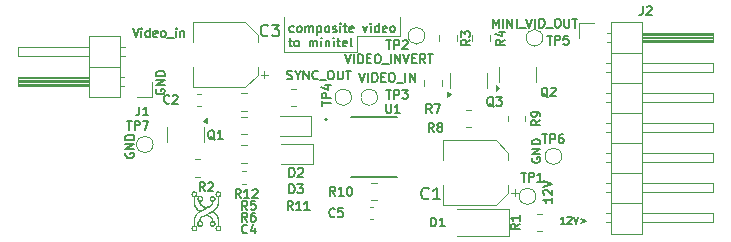
<source format=gbr>
%TF.GenerationSoftware,KiCad,Pcbnew,8.0.7*%
%TF.CreationDate,2025-01-02T14:00:47+01:00*%
%TF.ProjectId,av-to-minitel,61762d74-6f2d-46d6-996e-6974656c2e6b,v0.1*%
%TF.SameCoordinates,Original*%
%TF.FileFunction,Legend,Top*%
%TF.FilePolarity,Positive*%
%FSLAX46Y46*%
G04 Gerber Fmt 4.6, Leading zero omitted, Abs format (unit mm)*
G04 Created by KiCad (PCBNEW 8.0.7) date 2025-01-02 14:00:47*
%MOMM*%
%LPD*%
G01*
G04 APERTURE LIST*
%ADD10C,0.150000*%
%ADD11C,0.100000*%
%ADD12C,0.000000*%
%ADD13C,0.120000*%
%ADD14C,0.127000*%
%ADD15C,0.200000*%
G04 APERTURE END LIST*
D10*
X131555826Y-91918771D02*
X131212969Y-91918771D01*
X131384398Y-91918771D02*
X131384398Y-91318771D01*
X131384398Y-91318771D02*
X131327255Y-91404485D01*
X131327255Y-91404485D02*
X131270112Y-91461628D01*
X131270112Y-91461628D02*
X131212969Y-91490200D01*
X131784398Y-91375914D02*
X131812970Y-91347342D01*
X131812970Y-91347342D02*
X131870113Y-91318771D01*
X131870113Y-91318771D02*
X132012970Y-91318771D01*
X132012970Y-91318771D02*
X132070113Y-91347342D01*
X132070113Y-91347342D02*
X132098684Y-91375914D01*
X132098684Y-91375914D02*
X132127255Y-91433057D01*
X132127255Y-91433057D02*
X132127255Y-91490200D01*
X132127255Y-91490200D02*
X132098684Y-91575914D01*
X132098684Y-91575914D02*
X131755827Y-91918771D01*
X131755827Y-91918771D02*
X132127255Y-91918771D01*
X132298684Y-91318771D02*
X132498684Y-91918771D01*
X132498684Y-91918771D02*
X132698684Y-91318771D01*
X132898685Y-91518771D02*
X133355828Y-91690200D01*
X133355828Y-91690200D02*
X132898685Y-91861628D01*
D11*
X117600000Y-76000000D02*
X117600000Y-74400000D01*
X114000000Y-76000000D02*
X117600000Y-76000000D01*
X114000000Y-77400000D02*
X114000000Y-76000000D01*
X107800000Y-77400000D02*
X114000000Y-77400000D01*
X107800000Y-74400000D02*
X107800000Y-77400000D01*
D10*
X108598684Y-75657242D02*
X108527255Y-75692956D01*
X108527255Y-75692956D02*
X108384398Y-75692956D01*
X108384398Y-75692956D02*
X108312969Y-75657242D01*
X108312969Y-75657242D02*
X108277255Y-75621527D01*
X108277255Y-75621527D02*
X108241541Y-75550099D01*
X108241541Y-75550099D02*
X108241541Y-75335813D01*
X108241541Y-75335813D02*
X108277255Y-75264384D01*
X108277255Y-75264384D02*
X108312969Y-75228670D01*
X108312969Y-75228670D02*
X108384398Y-75192956D01*
X108384398Y-75192956D02*
X108527255Y-75192956D01*
X108527255Y-75192956D02*
X108598684Y-75228670D01*
X109027255Y-75692956D02*
X108955826Y-75657242D01*
X108955826Y-75657242D02*
X108920112Y-75621527D01*
X108920112Y-75621527D02*
X108884398Y-75550099D01*
X108884398Y-75550099D02*
X108884398Y-75335813D01*
X108884398Y-75335813D02*
X108920112Y-75264384D01*
X108920112Y-75264384D02*
X108955826Y-75228670D01*
X108955826Y-75228670D02*
X109027255Y-75192956D01*
X109027255Y-75192956D02*
X109134398Y-75192956D01*
X109134398Y-75192956D02*
X109205826Y-75228670D01*
X109205826Y-75228670D02*
X109241541Y-75264384D01*
X109241541Y-75264384D02*
X109277255Y-75335813D01*
X109277255Y-75335813D02*
X109277255Y-75550099D01*
X109277255Y-75550099D02*
X109241541Y-75621527D01*
X109241541Y-75621527D02*
X109205826Y-75657242D01*
X109205826Y-75657242D02*
X109134398Y-75692956D01*
X109134398Y-75692956D02*
X109027255Y-75692956D01*
X109598683Y-75692956D02*
X109598683Y-75192956D01*
X109598683Y-75264384D02*
X109634397Y-75228670D01*
X109634397Y-75228670D02*
X109705826Y-75192956D01*
X109705826Y-75192956D02*
X109812969Y-75192956D01*
X109812969Y-75192956D02*
X109884397Y-75228670D01*
X109884397Y-75228670D02*
X109920112Y-75300099D01*
X109920112Y-75300099D02*
X109920112Y-75692956D01*
X109920112Y-75300099D02*
X109955826Y-75228670D01*
X109955826Y-75228670D02*
X110027254Y-75192956D01*
X110027254Y-75192956D02*
X110134397Y-75192956D01*
X110134397Y-75192956D02*
X110205826Y-75228670D01*
X110205826Y-75228670D02*
X110241540Y-75300099D01*
X110241540Y-75300099D02*
X110241540Y-75692956D01*
X110598683Y-75192956D02*
X110598683Y-75942956D01*
X110598683Y-75228670D02*
X110670112Y-75192956D01*
X110670112Y-75192956D02*
X110812969Y-75192956D01*
X110812969Y-75192956D02*
X110884397Y-75228670D01*
X110884397Y-75228670D02*
X110920112Y-75264384D01*
X110920112Y-75264384D02*
X110955826Y-75335813D01*
X110955826Y-75335813D02*
X110955826Y-75550099D01*
X110955826Y-75550099D02*
X110920112Y-75621527D01*
X110920112Y-75621527D02*
X110884397Y-75657242D01*
X110884397Y-75657242D02*
X110812969Y-75692956D01*
X110812969Y-75692956D02*
X110670112Y-75692956D01*
X110670112Y-75692956D02*
X110598683Y-75657242D01*
X111384397Y-75692956D02*
X111312968Y-75657242D01*
X111312968Y-75657242D02*
X111277254Y-75621527D01*
X111277254Y-75621527D02*
X111241540Y-75550099D01*
X111241540Y-75550099D02*
X111241540Y-75335813D01*
X111241540Y-75335813D02*
X111277254Y-75264384D01*
X111277254Y-75264384D02*
X111312968Y-75228670D01*
X111312968Y-75228670D02*
X111384397Y-75192956D01*
X111384397Y-75192956D02*
X111491540Y-75192956D01*
X111491540Y-75192956D02*
X111562968Y-75228670D01*
X111562968Y-75228670D02*
X111598683Y-75264384D01*
X111598683Y-75264384D02*
X111634397Y-75335813D01*
X111634397Y-75335813D02*
X111634397Y-75550099D01*
X111634397Y-75550099D02*
X111598683Y-75621527D01*
X111598683Y-75621527D02*
X111562968Y-75657242D01*
X111562968Y-75657242D02*
X111491540Y-75692956D01*
X111491540Y-75692956D02*
X111384397Y-75692956D01*
X111920111Y-75657242D02*
X111991539Y-75692956D01*
X111991539Y-75692956D02*
X112134396Y-75692956D01*
X112134396Y-75692956D02*
X112205825Y-75657242D01*
X112205825Y-75657242D02*
X112241539Y-75585813D01*
X112241539Y-75585813D02*
X112241539Y-75550099D01*
X112241539Y-75550099D02*
X112205825Y-75478670D01*
X112205825Y-75478670D02*
X112134396Y-75442956D01*
X112134396Y-75442956D02*
X112027254Y-75442956D01*
X112027254Y-75442956D02*
X111955825Y-75407242D01*
X111955825Y-75407242D02*
X111920111Y-75335813D01*
X111920111Y-75335813D02*
X111920111Y-75300099D01*
X111920111Y-75300099D02*
X111955825Y-75228670D01*
X111955825Y-75228670D02*
X112027254Y-75192956D01*
X112027254Y-75192956D02*
X112134396Y-75192956D01*
X112134396Y-75192956D02*
X112205825Y-75228670D01*
X112562968Y-75692956D02*
X112562968Y-75192956D01*
X112562968Y-74942956D02*
X112527254Y-74978670D01*
X112527254Y-74978670D02*
X112562968Y-75014384D01*
X112562968Y-75014384D02*
X112598682Y-74978670D01*
X112598682Y-74978670D02*
X112562968Y-74942956D01*
X112562968Y-74942956D02*
X112562968Y-75014384D01*
X112812968Y-75192956D02*
X113098682Y-75192956D01*
X112920111Y-74942956D02*
X112920111Y-75585813D01*
X112920111Y-75585813D02*
X112955825Y-75657242D01*
X112955825Y-75657242D02*
X113027254Y-75692956D01*
X113027254Y-75692956D02*
X113098682Y-75692956D01*
X113634396Y-75657242D02*
X113562968Y-75692956D01*
X113562968Y-75692956D02*
X113420111Y-75692956D01*
X113420111Y-75692956D02*
X113348682Y-75657242D01*
X113348682Y-75657242D02*
X113312968Y-75585813D01*
X113312968Y-75585813D02*
X113312968Y-75300099D01*
X113312968Y-75300099D02*
X113348682Y-75228670D01*
X113348682Y-75228670D02*
X113420111Y-75192956D01*
X113420111Y-75192956D02*
X113562968Y-75192956D01*
X113562968Y-75192956D02*
X113634396Y-75228670D01*
X113634396Y-75228670D02*
X113670111Y-75300099D01*
X113670111Y-75300099D02*
X113670111Y-75371527D01*
X113670111Y-75371527D02*
X113312968Y-75442956D01*
X114491539Y-75192956D02*
X114670111Y-75692956D01*
X114670111Y-75692956D02*
X114848682Y-75192956D01*
X115134397Y-75692956D02*
X115134397Y-75192956D01*
X115134397Y-74942956D02*
X115098683Y-74978670D01*
X115098683Y-74978670D02*
X115134397Y-75014384D01*
X115134397Y-75014384D02*
X115170111Y-74978670D01*
X115170111Y-74978670D02*
X115134397Y-74942956D01*
X115134397Y-74942956D02*
X115134397Y-75014384D01*
X115812969Y-75692956D02*
X115812969Y-74942956D01*
X115812969Y-75657242D02*
X115741540Y-75692956D01*
X115741540Y-75692956D02*
X115598683Y-75692956D01*
X115598683Y-75692956D02*
X115527254Y-75657242D01*
X115527254Y-75657242D02*
X115491540Y-75621527D01*
X115491540Y-75621527D02*
X115455826Y-75550099D01*
X115455826Y-75550099D02*
X115455826Y-75335813D01*
X115455826Y-75335813D02*
X115491540Y-75264384D01*
X115491540Y-75264384D02*
X115527254Y-75228670D01*
X115527254Y-75228670D02*
X115598683Y-75192956D01*
X115598683Y-75192956D02*
X115741540Y-75192956D01*
X115741540Y-75192956D02*
X115812969Y-75228670D01*
X116455825Y-75657242D02*
X116384397Y-75692956D01*
X116384397Y-75692956D02*
X116241540Y-75692956D01*
X116241540Y-75692956D02*
X116170111Y-75657242D01*
X116170111Y-75657242D02*
X116134397Y-75585813D01*
X116134397Y-75585813D02*
X116134397Y-75300099D01*
X116134397Y-75300099D02*
X116170111Y-75228670D01*
X116170111Y-75228670D02*
X116241540Y-75192956D01*
X116241540Y-75192956D02*
X116384397Y-75192956D01*
X116384397Y-75192956D02*
X116455825Y-75228670D01*
X116455825Y-75228670D02*
X116491540Y-75300099D01*
X116491540Y-75300099D02*
X116491540Y-75371527D01*
X116491540Y-75371527D02*
X116134397Y-75442956D01*
X116920111Y-75692956D02*
X116848682Y-75657242D01*
X116848682Y-75657242D02*
X116812968Y-75621527D01*
X116812968Y-75621527D02*
X116777254Y-75550099D01*
X116777254Y-75550099D02*
X116777254Y-75335813D01*
X116777254Y-75335813D02*
X116812968Y-75264384D01*
X116812968Y-75264384D02*
X116848682Y-75228670D01*
X116848682Y-75228670D02*
X116920111Y-75192956D01*
X116920111Y-75192956D02*
X117027254Y-75192956D01*
X117027254Y-75192956D02*
X117098682Y-75228670D01*
X117098682Y-75228670D02*
X117134397Y-75264384D01*
X117134397Y-75264384D02*
X117170111Y-75335813D01*
X117170111Y-75335813D02*
X117170111Y-75550099D01*
X117170111Y-75550099D02*
X117134397Y-75621527D01*
X117134397Y-75621527D02*
X117098682Y-75657242D01*
X117098682Y-75657242D02*
X117027254Y-75692956D01*
X117027254Y-75692956D02*
X116920111Y-75692956D01*
X108170112Y-76400414D02*
X108455826Y-76400414D01*
X108277255Y-76150414D02*
X108277255Y-76793271D01*
X108277255Y-76793271D02*
X108312969Y-76864700D01*
X108312969Y-76864700D02*
X108384398Y-76900414D01*
X108384398Y-76900414D02*
X108455826Y-76900414D01*
X108812969Y-76900414D02*
X108741540Y-76864700D01*
X108741540Y-76864700D02*
X108705826Y-76828985D01*
X108705826Y-76828985D02*
X108670112Y-76757557D01*
X108670112Y-76757557D02*
X108670112Y-76543271D01*
X108670112Y-76543271D02*
X108705826Y-76471842D01*
X108705826Y-76471842D02*
X108741540Y-76436128D01*
X108741540Y-76436128D02*
X108812969Y-76400414D01*
X108812969Y-76400414D02*
X108920112Y-76400414D01*
X108920112Y-76400414D02*
X108991540Y-76436128D01*
X108991540Y-76436128D02*
X109027255Y-76471842D01*
X109027255Y-76471842D02*
X109062969Y-76543271D01*
X109062969Y-76543271D02*
X109062969Y-76757557D01*
X109062969Y-76757557D02*
X109027255Y-76828985D01*
X109027255Y-76828985D02*
X108991540Y-76864700D01*
X108991540Y-76864700D02*
X108920112Y-76900414D01*
X108920112Y-76900414D02*
X108812969Y-76900414D01*
X109955826Y-76900414D02*
X109955826Y-76400414D01*
X109955826Y-76471842D02*
X109991540Y-76436128D01*
X109991540Y-76436128D02*
X110062969Y-76400414D01*
X110062969Y-76400414D02*
X110170112Y-76400414D01*
X110170112Y-76400414D02*
X110241540Y-76436128D01*
X110241540Y-76436128D02*
X110277255Y-76507557D01*
X110277255Y-76507557D02*
X110277255Y-76900414D01*
X110277255Y-76507557D02*
X110312969Y-76436128D01*
X110312969Y-76436128D02*
X110384397Y-76400414D01*
X110384397Y-76400414D02*
X110491540Y-76400414D01*
X110491540Y-76400414D02*
X110562969Y-76436128D01*
X110562969Y-76436128D02*
X110598683Y-76507557D01*
X110598683Y-76507557D02*
X110598683Y-76900414D01*
X110955826Y-76900414D02*
X110955826Y-76400414D01*
X110955826Y-76150414D02*
X110920112Y-76186128D01*
X110920112Y-76186128D02*
X110955826Y-76221842D01*
X110955826Y-76221842D02*
X110991540Y-76186128D01*
X110991540Y-76186128D02*
X110955826Y-76150414D01*
X110955826Y-76150414D02*
X110955826Y-76221842D01*
X111312969Y-76400414D02*
X111312969Y-76900414D01*
X111312969Y-76471842D02*
X111348683Y-76436128D01*
X111348683Y-76436128D02*
X111420112Y-76400414D01*
X111420112Y-76400414D02*
X111527255Y-76400414D01*
X111527255Y-76400414D02*
X111598683Y-76436128D01*
X111598683Y-76436128D02*
X111634398Y-76507557D01*
X111634398Y-76507557D02*
X111634398Y-76900414D01*
X111991540Y-76900414D02*
X111991540Y-76400414D01*
X111991540Y-76150414D02*
X111955826Y-76186128D01*
X111955826Y-76186128D02*
X111991540Y-76221842D01*
X111991540Y-76221842D02*
X112027254Y-76186128D01*
X112027254Y-76186128D02*
X111991540Y-76150414D01*
X111991540Y-76150414D02*
X111991540Y-76221842D01*
X112241540Y-76400414D02*
X112527254Y-76400414D01*
X112348683Y-76150414D02*
X112348683Y-76793271D01*
X112348683Y-76793271D02*
X112384397Y-76864700D01*
X112384397Y-76864700D02*
X112455826Y-76900414D01*
X112455826Y-76900414D02*
X112527254Y-76900414D01*
X113062968Y-76864700D02*
X112991540Y-76900414D01*
X112991540Y-76900414D02*
X112848683Y-76900414D01*
X112848683Y-76900414D02*
X112777254Y-76864700D01*
X112777254Y-76864700D02*
X112741540Y-76793271D01*
X112741540Y-76793271D02*
X112741540Y-76507557D01*
X112741540Y-76507557D02*
X112777254Y-76436128D01*
X112777254Y-76436128D02*
X112848683Y-76400414D01*
X112848683Y-76400414D02*
X112991540Y-76400414D01*
X112991540Y-76400414D02*
X113062968Y-76436128D01*
X113062968Y-76436128D02*
X113098683Y-76507557D01*
X113098683Y-76507557D02*
X113098683Y-76578985D01*
X113098683Y-76578985D02*
X112741540Y-76650414D01*
X113527254Y-76900414D02*
X113455825Y-76864700D01*
X113455825Y-76864700D02*
X113420111Y-76793271D01*
X113420111Y-76793271D02*
X113420111Y-76150414D01*
D12*
G36*
X102254380Y-89167405D02*
G01*
X102279361Y-89170777D01*
X102303130Y-89176553D01*
X102325641Y-89184573D01*
X102346847Y-89194679D01*
X102366702Y-89206713D01*
X102385158Y-89220516D01*
X102402170Y-89235931D01*
X102417691Y-89252798D01*
X102431674Y-89270959D01*
X102444072Y-89290256D01*
X102454839Y-89310531D01*
X102463929Y-89331624D01*
X102471293Y-89353378D01*
X102476887Y-89375635D01*
X102480663Y-89398235D01*
X102482575Y-89421021D01*
X102482575Y-89443834D01*
X102480618Y-89466515D01*
X102476656Y-89488907D01*
X102470644Y-89510850D01*
X102462534Y-89532187D01*
X102452280Y-89552759D01*
X102439835Y-89572408D01*
X102425153Y-89590975D01*
X102408187Y-89608302D01*
X102388889Y-89624230D01*
X102367215Y-89638601D01*
X102343116Y-89651257D01*
X102316547Y-89662040D01*
X102292484Y-89670515D01*
X102289904Y-89928625D01*
X102288917Y-90020467D01*
X102287815Y-90091456D01*
X102287126Y-90120434D01*
X102286294Y-90145761D01*
X102285279Y-90167958D01*
X102284045Y-90187547D01*
X102282553Y-90205048D01*
X102280763Y-90220982D01*
X102278639Y-90235870D01*
X102276141Y-90250233D01*
X102273232Y-90264592D01*
X102269872Y-90279467D01*
X102261650Y-90312851D01*
X102250091Y-90354343D01*
X102236529Y-90395276D01*
X102221026Y-90435563D01*
X102203643Y-90475120D01*
X102184440Y-90513860D01*
X102163479Y-90551698D01*
X102140821Y-90588548D01*
X102116526Y-90624326D01*
X102090655Y-90658944D01*
X102063271Y-90692319D01*
X102034432Y-90724363D01*
X102004202Y-90754992D01*
X101972640Y-90784119D01*
X101939807Y-90811660D01*
X101905765Y-90837528D01*
X101870574Y-90861639D01*
X101867249Y-90863888D01*
X101866031Y-90864886D01*
X101865152Y-90865856D01*
X101864849Y-90866343D01*
X101864643Y-90866838D01*
X101864538Y-90867347D01*
X101864538Y-90867875D01*
X101864646Y-90868427D01*
X101864867Y-90869008D01*
X101865205Y-90869623D01*
X101865663Y-90870279D01*
X101866958Y-90871729D01*
X101868784Y-90873400D01*
X101871173Y-90875334D01*
X101874157Y-90877573D01*
X101882036Y-90883129D01*
X101892679Y-90890403D01*
X101929560Y-90916939D01*
X101964936Y-90945308D01*
X101998762Y-90975441D01*
X102030996Y-91007270D01*
X102061594Y-91040727D01*
X102090512Y-91075743D01*
X102117708Y-91112250D01*
X102143137Y-91150178D01*
X102166756Y-91189460D01*
X102188521Y-91230028D01*
X102208390Y-91271811D01*
X102226318Y-91314744D01*
X102242262Y-91358755D01*
X102256179Y-91403778D01*
X102268026Y-91449744D01*
X102277758Y-91496585D01*
X102280793Y-91514302D01*
X102283169Y-91532260D01*
X102285000Y-91553365D01*
X102286401Y-91580523D01*
X102288367Y-91664619D01*
X102289982Y-91807795D01*
X102292487Y-92065905D01*
X102316548Y-92074381D01*
X102338053Y-92082993D01*
X102358033Y-92093082D01*
X102376495Y-92104543D01*
X102393448Y-92117271D01*
X102408898Y-92131162D01*
X102422851Y-92146111D01*
X102435316Y-92162012D01*
X102446298Y-92178763D01*
X102455806Y-92196257D01*
X102463846Y-92214390D01*
X102470425Y-92233058D01*
X102475551Y-92252155D01*
X102479229Y-92271577D01*
X102481468Y-92291219D01*
X102482275Y-92310977D01*
X102481656Y-92330745D01*
X102479619Y-92350420D01*
X102476170Y-92369896D01*
X102471317Y-92389069D01*
X102465066Y-92407833D01*
X102457425Y-92426085D01*
X102448401Y-92443719D01*
X102438001Y-92460631D01*
X102426232Y-92476717D01*
X102413101Y-92491870D01*
X102398614Y-92505987D01*
X102382780Y-92518964D01*
X102365605Y-92530694D01*
X102347096Y-92541074D01*
X102327260Y-92549999D01*
X102306105Y-92557364D01*
X102283636Y-92563064D01*
X102254790Y-92567697D01*
X102227115Y-92569407D01*
X102200656Y-92568355D01*
X102175454Y-92564707D01*
X102151553Y-92558624D01*
X102128996Y-92550270D01*
X102107824Y-92539807D01*
X102088082Y-92527399D01*
X102069812Y-92513208D01*
X102053056Y-92497398D01*
X102037857Y-92480132D01*
X102024258Y-92461572D01*
X102012303Y-92441883D01*
X102002033Y-92421225D01*
X101993492Y-92399764D01*
X101986721Y-92377662D01*
X101981765Y-92355081D01*
X101978666Y-92332185D01*
X101977860Y-92316693D01*
X102096711Y-92316693D01*
X102097263Y-92326721D01*
X102098641Y-92336839D01*
X102100877Y-92347018D01*
X102103999Y-92357226D01*
X102108039Y-92367432D01*
X102111813Y-92375293D01*
X102115995Y-92382768D01*
X102120564Y-92389852D01*
X102125498Y-92396542D01*
X102130776Y-92402833D01*
X102136375Y-92408721D01*
X102142274Y-92414203D01*
X102148451Y-92419275D01*
X102154886Y-92423932D01*
X102161555Y-92428170D01*
X102168439Y-92431985D01*
X102175513Y-92435374D01*
X102182759Y-92438333D01*
X102190152Y-92440856D01*
X102197673Y-92442942D01*
X102205299Y-92444584D01*
X102213008Y-92445780D01*
X102220780Y-92446525D01*
X102228592Y-92446816D01*
X102236422Y-92446648D01*
X102244250Y-92446018D01*
X102252053Y-92444920D01*
X102259809Y-92443352D01*
X102267498Y-92441310D01*
X102275097Y-92438789D01*
X102282585Y-92435785D01*
X102289940Y-92432294D01*
X102297141Y-92428313D01*
X102304165Y-92423837D01*
X102310992Y-92418863D01*
X102317599Y-92413385D01*
X102323965Y-92407401D01*
X102329871Y-92401112D01*
X102335269Y-92394577D01*
X102340164Y-92387819D01*
X102344561Y-92380859D01*
X102348463Y-92373719D01*
X102351874Y-92366420D01*
X102354799Y-92358985D01*
X102357242Y-92351436D01*
X102359208Y-92343794D01*
X102360700Y-92336080D01*
X102361723Y-92328318D01*
X102362281Y-92320527D01*
X102362378Y-92312731D01*
X102362018Y-92304951D01*
X102361206Y-92297209D01*
X102359946Y-92289526D01*
X102358242Y-92281924D01*
X102356098Y-92274426D01*
X102353518Y-92267052D01*
X102350508Y-92259825D01*
X102347070Y-92252766D01*
X102343210Y-92245898D01*
X102338931Y-92239241D01*
X102334237Y-92232818D01*
X102329134Y-92226651D01*
X102323625Y-92220761D01*
X102317713Y-92215169D01*
X102311405Y-92209899D01*
X102304703Y-92204971D01*
X102297612Y-92200408D01*
X102290136Y-92196230D01*
X102282280Y-92192461D01*
X102282281Y-92192461D01*
X102272093Y-92188428D01*
X102261904Y-92185315D01*
X102251746Y-92183092D01*
X102241649Y-92181727D01*
X102231645Y-92181191D01*
X102221762Y-92181452D01*
X102212033Y-92182479D01*
X102202488Y-92184242D01*
X102193157Y-92186711D01*
X102184070Y-92189854D01*
X102175260Y-92193640D01*
X102166755Y-92198039D01*
X102158587Y-92203021D01*
X102150786Y-92208554D01*
X102143383Y-92214608D01*
X102136408Y-92221152D01*
X102129892Y-92228156D01*
X102123866Y-92235588D01*
X102118360Y-92243417D01*
X102113405Y-92251614D01*
X102109031Y-92260148D01*
X102105270Y-92268987D01*
X102102150Y-92278101D01*
X102099704Y-92287459D01*
X102097962Y-92297031D01*
X102096954Y-92306786D01*
X102096711Y-92316693D01*
X101977860Y-92316693D01*
X101977466Y-92309137D01*
X101978209Y-92286100D01*
X101980937Y-92263237D01*
X101985693Y-92240711D01*
X101992519Y-92218684D01*
X102001459Y-92197321D01*
X102012556Y-92176784D01*
X102025851Y-92157235D01*
X102041388Y-92138839D01*
X102059210Y-92121758D01*
X102079360Y-92106155D01*
X102101879Y-92092193D01*
X102126812Y-92080035D01*
X102154200Y-92069844D01*
X102170794Y-92064534D01*
X102170784Y-91860214D01*
X102170437Y-91763296D01*
X102169208Y-91683779D01*
X102168168Y-91649562D01*
X102166795Y-91618518D01*
X102165051Y-91590252D01*
X102162899Y-91564372D01*
X102160302Y-91540485D01*
X102157222Y-91518199D01*
X102153621Y-91497120D01*
X102149462Y-91476856D01*
X102144707Y-91457014D01*
X102139320Y-91437201D01*
X102133263Y-91417024D01*
X102126498Y-91396092D01*
X102114012Y-91361333D01*
X102099912Y-91327237D01*
X102084246Y-91293857D01*
X102067058Y-91261252D01*
X102048397Y-91229476D01*
X102028308Y-91198587D01*
X102006838Y-91168641D01*
X101984033Y-91139694D01*
X101959940Y-91111802D01*
X101934606Y-91085022D01*
X101908075Y-91059411D01*
X101880396Y-91035023D01*
X101851615Y-91011916D01*
X101821777Y-90990147D01*
X101790930Y-90969770D01*
X101759120Y-90950843D01*
X101734637Y-90937058D01*
X101650703Y-90980369D01*
X101497329Y-91059586D01*
X101445659Y-91086379D01*
X101407901Y-91106078D01*
X101381982Y-91119769D01*
X101365827Y-91128540D01*
X101360763Y-91131420D01*
X101357363Y-91133478D01*
X101355366Y-91134849D01*
X101354814Y-91135320D01*
X101354515Y-91135670D01*
X101354911Y-91136337D01*
X101356500Y-91137607D01*
X101363017Y-91141822D01*
X101373590Y-91148051D01*
X101387743Y-91156029D01*
X101424884Y-91176172D01*
X101470631Y-91200134D01*
X101516759Y-91224086D01*
X101536312Y-91234399D01*
X101553796Y-91243777D01*
X101569417Y-91252347D01*
X101583378Y-91260241D01*
X101595884Y-91267585D01*
X101607139Y-91274510D01*
X101617348Y-91281146D01*
X101626715Y-91287619D01*
X101635445Y-91294061D01*
X101643742Y-91300600D01*
X101651811Y-91307366D01*
X101659855Y-91314487D01*
X101668079Y-91322092D01*
X101676689Y-91330311D01*
X101691693Y-91345472D01*
X101705840Y-91361145D01*
X101719125Y-91377316D01*
X101731543Y-91393975D01*
X101743088Y-91411110D01*
X101753755Y-91428708D01*
X101763540Y-91446759D01*
X101772435Y-91465251D01*
X101780437Y-91484171D01*
X101787540Y-91503508D01*
X101793739Y-91523250D01*
X101799027Y-91543386D01*
X101803402Y-91563903D01*
X101806855Y-91584791D01*
X101809384Y-91606036D01*
X101810982Y-91627629D01*
X101813652Y-91679029D01*
X101836684Y-91686289D01*
X101850402Y-91691279D01*
X101863941Y-91697504D01*
X101877234Y-91704886D01*
X101890212Y-91713344D01*
X101902805Y-91722800D01*
X101914944Y-91733175D01*
X101926562Y-91744388D01*
X101937589Y-91756362D01*
X101947956Y-91769017D01*
X101957595Y-91782273D01*
X101966437Y-91796052D01*
X101974412Y-91810275D01*
X101981453Y-91824861D01*
X101987490Y-91839732D01*
X101992454Y-91854809D01*
X101996277Y-91870012D01*
X102000202Y-91893118D01*
X102002129Y-91915680D01*
X102002146Y-91937650D01*
X102000340Y-91958982D01*
X101996801Y-91979626D01*
X101991615Y-91999536D01*
X101984870Y-92018664D01*
X101976655Y-92036963D01*
X101967056Y-92054384D01*
X101956161Y-92070880D01*
X101944059Y-92086403D01*
X101930838Y-92100906D01*
X101916584Y-92114341D01*
X101901385Y-92126661D01*
X101885330Y-92137817D01*
X101868507Y-92147763D01*
X101851002Y-92156450D01*
X101832904Y-92163831D01*
X101814301Y-92169858D01*
X101795280Y-92174484D01*
X101775929Y-92177660D01*
X101756335Y-92179341D01*
X101736588Y-92179476D01*
X101716774Y-92178020D01*
X101696981Y-92174924D01*
X101677297Y-92170141D01*
X101657809Y-92163623D01*
X101638606Y-92155322D01*
X101619776Y-92145191D01*
X101601405Y-92133183D01*
X101583582Y-92119248D01*
X101566395Y-92103341D01*
X101554328Y-92090374D01*
X101543389Y-92076879D01*
X101533563Y-92062908D01*
X101524839Y-92048511D01*
X101517202Y-92033740D01*
X101510641Y-92018645D01*
X101505141Y-92003278D01*
X101500690Y-91987689D01*
X101497276Y-91971930D01*
X101494884Y-91956051D01*
X101493501Y-91940105D01*
X101493116Y-91924140D01*
X101493207Y-91921709D01*
X101614079Y-91921709D01*
X101614285Y-91931355D01*
X101615229Y-91941119D01*
X101616938Y-91950975D01*
X101619438Y-91960897D01*
X101622754Y-91970860D01*
X101626155Y-91979123D01*
X101630017Y-91987002D01*
X101634316Y-91994492D01*
X101639028Y-92001587D01*
X101644129Y-92008282D01*
X101649595Y-92014571D01*
X101655401Y-92020450D01*
X101661525Y-92025913D01*
X101667941Y-92030955D01*
X101674626Y-92035571D01*
X101681555Y-92039755D01*
X101688706Y-92043502D01*
X101696052Y-92046807D01*
X101703571Y-92049664D01*
X101711238Y-92052069D01*
X101719030Y-92054016D01*
X101726922Y-92055499D01*
X101734890Y-92056514D01*
X101742910Y-92057056D01*
X101750959Y-92057118D01*
X101759011Y-92056696D01*
X101767043Y-92055784D01*
X101775031Y-92054378D01*
X101782951Y-92052471D01*
X101790779Y-92050060D01*
X101798490Y-92047137D01*
X101806061Y-92043699D01*
X101813468Y-92039740D01*
X101820686Y-92035254D01*
X101827692Y-92030237D01*
X101834461Y-92024683D01*
X101840970Y-92018586D01*
X101847054Y-92012089D01*
X101852596Y-92005330D01*
X101857603Y-91998332D01*
X101862078Y-91991120D01*
X101866027Y-91983718D01*
X101869456Y-91976150D01*
X101872370Y-91968441D01*
X101874774Y-91960614D01*
X101876673Y-91952694D01*
X101878073Y-91944705D01*
X101878979Y-91936671D01*
X101879396Y-91928616D01*
X101879330Y-91920564D01*
X101878785Y-91912540D01*
X101877768Y-91904568D01*
X101876283Y-91896671D01*
X101874336Y-91888875D01*
X101871931Y-91881203D01*
X101869075Y-91873679D01*
X101865773Y-91866328D01*
X101862029Y-91859173D01*
X101857850Y-91852240D01*
X101853240Y-91845551D01*
X101848204Y-91839132D01*
X101842749Y-91833006D01*
X101836879Y-91827198D01*
X101830599Y-91821731D01*
X101823915Y-91816630D01*
X101816833Y-91811920D01*
X101809356Y-91807623D01*
X101801492Y-91803766D01*
X101793244Y-91800370D01*
X101783282Y-91797054D01*
X101773359Y-91794555D01*
X101763503Y-91792845D01*
X101753739Y-91791901D01*
X101744093Y-91791695D01*
X101734591Y-91792202D01*
X101725259Y-91793395D01*
X101716122Y-91795250D01*
X101707207Y-91797741D01*
X101698538Y-91800840D01*
X101690144Y-91804524D01*
X101682048Y-91808764D01*
X101674277Y-91813537D01*
X101666856Y-91818816D01*
X101659813Y-91824574D01*
X101653171Y-91830787D01*
X101646958Y-91837428D01*
X101641200Y-91844472D01*
X101635921Y-91851892D01*
X101631149Y-91859663D01*
X101626908Y-91867759D01*
X101623224Y-91876154D01*
X101620125Y-91884822D01*
X101617635Y-91893738D01*
X101615779Y-91902875D01*
X101614586Y-91912207D01*
X101614079Y-91921709D01*
X101493207Y-91921709D01*
X101493714Y-91908210D01*
X101495282Y-91892364D01*
X101497809Y-91876654D01*
X101501280Y-91861131D01*
X101505682Y-91845846D01*
X101511003Y-91830849D01*
X101517229Y-91816193D01*
X101524348Y-91801927D01*
X101532346Y-91788103D01*
X101541211Y-91774772D01*
X101550928Y-91761985D01*
X101561486Y-91749793D01*
X101572871Y-91738246D01*
X101585071Y-91727397D01*
X101598071Y-91717296D01*
X101611860Y-91707994D01*
X101626424Y-91699542D01*
X101641749Y-91691992D01*
X101657824Y-91685393D01*
X101674634Y-91679798D01*
X101694006Y-91674082D01*
X101691052Y-91638439D01*
X101689424Y-91622107D01*
X101687283Y-91606270D01*
X101684620Y-91590905D01*
X101681426Y-91575991D01*
X101677692Y-91561506D01*
X101673407Y-91547429D01*
X101668562Y-91533737D01*
X101663149Y-91520409D01*
X101657157Y-91507423D01*
X101650577Y-91494758D01*
X101643400Y-91482392D01*
X101635616Y-91470303D01*
X101627215Y-91458469D01*
X101618190Y-91446869D01*
X101608529Y-91435481D01*
X101598223Y-91424283D01*
X101585552Y-91411669D01*
X101572015Y-91399942D01*
X101555795Y-91388000D01*
X101535072Y-91374742D01*
X101508030Y-91359068D01*
X101472849Y-91339875D01*
X101370803Y-91286528D01*
X101214860Y-91205946D01*
X101058917Y-91286563D01*
X101003096Y-91315502D01*
X100959410Y-91338433D01*
X100941487Y-91348019D01*
X100925843Y-91356551D01*
X100912224Y-91364178D01*
X100900379Y-91371049D01*
X100890056Y-91377315D01*
X100881003Y-91383123D01*
X100872967Y-91388624D01*
X100865698Y-91393966D01*
X100858943Y-91399299D01*
X100852450Y-91404773D01*
X100845966Y-91410537D01*
X100839241Y-91416739D01*
X100831916Y-91423935D01*
X100824744Y-91431674D01*
X100817741Y-91439909D01*
X100810921Y-91448591D01*
X100797893Y-91467109D01*
X100785781Y-91486847D01*
X100774705Y-91507422D01*
X100764787Y-91528455D01*
X100756147Y-91549562D01*
X100748907Y-91570363D01*
X100743186Y-91590477D01*
X100739106Y-91609522D01*
X100737719Y-91618524D01*
X100736788Y-91627116D01*
X100736327Y-91635250D01*
X100736352Y-91642878D01*
X100736877Y-91649953D01*
X100737919Y-91656427D01*
X100739492Y-91662253D01*
X100741611Y-91667382D01*
X100744291Y-91671767D01*
X100747547Y-91675360D01*
X100751395Y-91678114D01*
X100755849Y-91679981D01*
X100772614Y-91685557D01*
X100788643Y-91692132D01*
X100803922Y-91699654D01*
X100818438Y-91708072D01*
X100832179Y-91717338D01*
X100845133Y-91727399D01*
X100857285Y-91738206D01*
X100868623Y-91749708D01*
X100879136Y-91761855D01*
X100888808Y-91774597D01*
X100897629Y-91787883D01*
X100905585Y-91801663D01*
X100912664Y-91815886D01*
X100918852Y-91830502D01*
X100924136Y-91845460D01*
X100928505Y-91860711D01*
X100931945Y-91876204D01*
X100934443Y-91891888D01*
X100935987Y-91907713D01*
X100936564Y-91923629D01*
X100936160Y-91939585D01*
X100934764Y-91955531D01*
X100932362Y-91971416D01*
X100928942Y-91987191D01*
X100924490Y-92002804D01*
X100918994Y-92018206D01*
X100912442Y-92033345D01*
X100904820Y-92048172D01*
X100896116Y-92062636D01*
X100886316Y-92076687D01*
X100875408Y-92090275D01*
X100863380Y-92103348D01*
X100848610Y-92117289D01*
X100833245Y-92129753D01*
X100817352Y-92140766D01*
X100800999Y-92150353D01*
X100784253Y-92158539D01*
X100767180Y-92165348D01*
X100749849Y-92170807D01*
X100732325Y-92174939D01*
X100714677Y-92177770D01*
X100696971Y-92179325D01*
X100679274Y-92179629D01*
X100661654Y-92178707D01*
X100644177Y-92176584D01*
X100626912Y-92173285D01*
X100609924Y-92168835D01*
X100593282Y-92163259D01*
X100577051Y-92156582D01*
X100561300Y-92148829D01*
X100546096Y-92140026D01*
X100531505Y-92130196D01*
X100517595Y-92119366D01*
X100504432Y-92107560D01*
X100492085Y-92094802D01*
X100480619Y-92081120D01*
X100470103Y-92066536D01*
X100460603Y-92051077D01*
X100452187Y-92034767D01*
X100444921Y-92017631D01*
X100438873Y-91999695D01*
X100434110Y-91980983D01*
X100430699Y-91961520D01*
X100428707Y-91941332D01*
X100428289Y-91930791D01*
X100428313Y-91922769D01*
X100549705Y-91922769D01*
X100549888Y-91933060D01*
X100550930Y-91943452D01*
X100552864Y-91953911D01*
X100555724Y-91964401D01*
X100559542Y-91974890D01*
X100564352Y-91985341D01*
X100568353Y-91992626D01*
X100572722Y-91999541D01*
X100577438Y-92006082D01*
X100582482Y-92012248D01*
X100587834Y-92018034D01*
X100593473Y-92023437D01*
X100599379Y-92028454D01*
X100605532Y-92033082D01*
X100611911Y-92037318D01*
X100618498Y-92041157D01*
X100625271Y-92044598D01*
X100632210Y-92047637D01*
X100639296Y-92050271D01*
X100646508Y-92052496D01*
X100653826Y-92054310D01*
X100661229Y-92055708D01*
X100668699Y-92056688D01*
X100676214Y-92057247D01*
X100683755Y-92057381D01*
X100691300Y-92057087D01*
X100698832Y-92056362D01*
X100706328Y-92055203D01*
X100713769Y-92053607D01*
X100721134Y-92051569D01*
X100728405Y-92049088D01*
X100735559Y-92046159D01*
X100742579Y-92042780D01*
X100749442Y-92038948D01*
X100756129Y-92034658D01*
X100762621Y-92029909D01*
X100768896Y-92024696D01*
X100774934Y-92019016D01*
X100780961Y-92012624D01*
X100786490Y-92006013D01*
X100791525Y-91999203D01*
X100796071Y-91992212D01*
X100800129Y-91985063D01*
X100803704Y-91977773D01*
X100806799Y-91970363D01*
X100809417Y-91962852D01*
X100811562Y-91955262D01*
X100813237Y-91947610D01*
X100814445Y-91939917D01*
X100815191Y-91932203D01*
X100815477Y-91924488D01*
X100815306Y-91916791D01*
X100814682Y-91909132D01*
X100813609Y-91901531D01*
X100812090Y-91894008D01*
X100810128Y-91886583D01*
X100807727Y-91879275D01*
X100804890Y-91872104D01*
X100801620Y-91865090D01*
X100797921Y-91858252D01*
X100793796Y-91851611D01*
X100789249Y-91845187D01*
X100784283Y-91838998D01*
X100778901Y-91833066D01*
X100773107Y-91827409D01*
X100766904Y-91822047D01*
X100760296Y-91817001D01*
X100753286Y-91812290D01*
X100745877Y-91807934D01*
X100738073Y-91803952D01*
X100738073Y-91803954D01*
X100727536Y-91799483D01*
X100716998Y-91796012D01*
X100706491Y-91793506D01*
X100696050Y-91791930D01*
X100685706Y-91791251D01*
X100675493Y-91791433D01*
X100665444Y-91792442D01*
X100655592Y-91794243D01*
X100645970Y-91796802D01*
X100636612Y-91800085D01*
X100627550Y-91804056D01*
X100618818Y-91808681D01*
X100610448Y-91813926D01*
X100602475Y-91819756D01*
X100594930Y-91826136D01*
X100587847Y-91833033D01*
X100581259Y-91840410D01*
X100575199Y-91848235D01*
X100569700Y-91856471D01*
X100564796Y-91865086D01*
X100560519Y-91874044D01*
X100556903Y-91883310D01*
X100553980Y-91892850D01*
X100551784Y-91902630D01*
X100550348Y-91912614D01*
X100549705Y-91922769D01*
X100428313Y-91922769D01*
X100428321Y-91920272D01*
X100428795Y-91909791D01*
X100429702Y-91899361D01*
X100431033Y-91888997D01*
X100432777Y-91878712D01*
X100434926Y-91868522D01*
X100437471Y-91858441D01*
X100440403Y-91848482D01*
X100443711Y-91838661D01*
X100447388Y-91828992D01*
X100451423Y-91819488D01*
X100455808Y-91810165D01*
X100460533Y-91801036D01*
X100465589Y-91792116D01*
X100470966Y-91783419D01*
X100476657Y-91774959D01*
X100482650Y-91766751D01*
X100488938Y-91758810D01*
X100495510Y-91751149D01*
X100502358Y-91743782D01*
X100509473Y-91736725D01*
X100516844Y-91729991D01*
X100524464Y-91723594D01*
X100532322Y-91717550D01*
X100540410Y-91711872D01*
X100548717Y-91706575D01*
X100557236Y-91701672D01*
X100565956Y-91697179D01*
X100574869Y-91693109D01*
X100583965Y-91689477D01*
X100593235Y-91686298D01*
X100616269Y-91679038D01*
X100618934Y-91627640D01*
X100620532Y-91606048D01*
X100623060Y-91584802D01*
X100626514Y-91563915D01*
X100630888Y-91543397D01*
X100636177Y-91523261D01*
X100642376Y-91503519D01*
X100649479Y-91484182D01*
X100657481Y-91465262D01*
X100666376Y-91446771D01*
X100676160Y-91428720D01*
X100686828Y-91411121D01*
X100698373Y-91393987D01*
X100710791Y-91377328D01*
X100724076Y-91361156D01*
X100738223Y-91345484D01*
X100753227Y-91330322D01*
X100771130Y-91312610D01*
X100788898Y-91297227D01*
X100817461Y-91278177D01*
X100867752Y-91249466D01*
X101077240Y-91139073D01*
X101504810Y-90918083D01*
X101569947Y-90884251D01*
X101628467Y-90853400D01*
X101680877Y-90825154D01*
X101727684Y-90799140D01*
X101769394Y-90774983D01*
X101806514Y-90752306D01*
X101839551Y-90730737D01*
X101869011Y-90709899D01*
X101895400Y-90689419D01*
X101907602Y-90679195D01*
X101919226Y-90668920D01*
X101930336Y-90658547D01*
X101940995Y-90648029D01*
X101961214Y-90626370D01*
X101980389Y-90603570D01*
X101999026Y-90579252D01*
X102017633Y-90553042D01*
X102036716Y-90524565D01*
X102056711Y-90493063D01*
X102074720Y-90462390D01*
X102090834Y-90432090D01*
X102105146Y-90401705D01*
X102117748Y-90370778D01*
X102128732Y-90338854D01*
X102138190Y-90305474D01*
X102146214Y-90270183D01*
X102152896Y-90232522D01*
X102158329Y-90192036D01*
X102162604Y-90148268D01*
X102165813Y-90100759D01*
X102168049Y-90049055D01*
X102169403Y-89992697D01*
X102169836Y-89864195D01*
X102168636Y-89669975D01*
X102150934Y-89664695D01*
X102129000Y-89657074D01*
X102108574Y-89647849D01*
X102089651Y-89637128D01*
X102072226Y-89625024D01*
X102056295Y-89611646D01*
X102041852Y-89597106D01*
X102028892Y-89581513D01*
X102017411Y-89564979D01*
X102007403Y-89547614D01*
X101998865Y-89529528D01*
X101991790Y-89510833D01*
X101986174Y-89491639D01*
X101982012Y-89472056D01*
X101979300Y-89452196D01*
X101978031Y-89432168D01*
X101978075Y-89427052D01*
X102096478Y-89427052D01*
X102097418Y-89438159D01*
X102099379Y-89449282D01*
X102102398Y-89460367D01*
X102106512Y-89471362D01*
X102111758Y-89482215D01*
X102118172Y-89492873D01*
X102125793Y-89503284D01*
X102134656Y-89513395D01*
X102142681Y-89521188D01*
X102151020Y-89528132D01*
X102159636Y-89534241D01*
X102168492Y-89539532D01*
X102177549Y-89544021D01*
X102186771Y-89547722D01*
X102196120Y-89550651D01*
X102205559Y-89552824D01*
X102215049Y-89554257D01*
X102224555Y-89554964D01*
X102234038Y-89554963D01*
X102243461Y-89554268D01*
X102252786Y-89552895D01*
X102261977Y-89550859D01*
X102270995Y-89548176D01*
X102279803Y-89544862D01*
X102288364Y-89540933D01*
X102296640Y-89536403D01*
X102304594Y-89531289D01*
X102312189Y-89525606D01*
X102319387Y-89519370D01*
X102326150Y-89512596D01*
X102332442Y-89505300D01*
X102338224Y-89497498D01*
X102343459Y-89489204D01*
X102348111Y-89480436D01*
X102352141Y-89471208D01*
X102355511Y-89461535D01*
X102358186Y-89451435D01*
X102360127Y-89440921D01*
X102361296Y-89430010D01*
X102361656Y-89418718D01*
X102361545Y-89414083D01*
X102361257Y-89409469D01*
X102360794Y-89404879D01*
X102360159Y-89400319D01*
X102359355Y-89395791D01*
X102358386Y-89391301D01*
X102357253Y-89386852D01*
X102355960Y-89382449D01*
X102354509Y-89378095D01*
X102352903Y-89373796D01*
X102351145Y-89369556D01*
X102349237Y-89365378D01*
X102347183Y-89361266D01*
X102344985Y-89357226D01*
X102342646Y-89353261D01*
X102340169Y-89349376D01*
X102337557Y-89345574D01*
X102334812Y-89341860D01*
X102331937Y-89338238D01*
X102328935Y-89334712D01*
X102325809Y-89331287D01*
X102322561Y-89327966D01*
X102319195Y-89324755D01*
X102315713Y-89321657D01*
X102312117Y-89318676D01*
X102308411Y-89315816D01*
X102304598Y-89313083D01*
X102300680Y-89310479D01*
X102296660Y-89308010D01*
X102292541Y-89305679D01*
X102288325Y-89303491D01*
X102284016Y-89301450D01*
X102284017Y-89301450D01*
X102271552Y-89296450D01*
X102259220Y-89292725D01*
X102247058Y-89290223D01*
X102235104Y-89288890D01*
X102223393Y-89288674D01*
X102211964Y-89289523D01*
X102200853Y-89291385D01*
X102190096Y-89294206D01*
X102179732Y-89297935D01*
X102169798Y-89302518D01*
X102160329Y-89307904D01*
X102151363Y-89314040D01*
X102142937Y-89320873D01*
X102135089Y-89328350D01*
X102127854Y-89336421D01*
X102121271Y-89345031D01*
X102115375Y-89354129D01*
X102110205Y-89363661D01*
X102105796Y-89373576D01*
X102102186Y-89383822D01*
X102099413Y-89394344D01*
X102097512Y-89405092D01*
X102096522Y-89416012D01*
X102096478Y-89427052D01*
X101978075Y-89427052D01*
X101978203Y-89412084D01*
X101979808Y-89392054D01*
X101982843Y-89372188D01*
X101987303Y-89352598D01*
X101993183Y-89333394D01*
X102000477Y-89314686D01*
X102009181Y-89296586D01*
X102019291Y-89279203D01*
X102030800Y-89262649D01*
X102043705Y-89247034D01*
X102058000Y-89232468D01*
X102073681Y-89219063D01*
X102090742Y-89206929D01*
X102109179Y-89196176D01*
X102128987Y-89186915D01*
X102150161Y-89179257D01*
X102172695Y-89173313D01*
X102172636Y-89173290D01*
X102200971Y-89168503D01*
X102228234Y-89166594D01*
X102254380Y-89167405D01*
G37*
G36*
X100214422Y-89167231D02*
G01*
X100233172Y-89168801D01*
X100251471Y-89171744D01*
X100269273Y-89176002D01*
X100286534Y-89181519D01*
X100303211Y-89188239D01*
X100319258Y-89196105D01*
X100334633Y-89205060D01*
X100349290Y-89215048D01*
X100363186Y-89226012D01*
X100376276Y-89237896D01*
X100388516Y-89250644D01*
X100399863Y-89264198D01*
X100410271Y-89278503D01*
X100419698Y-89293501D01*
X100428098Y-89309136D01*
X100435427Y-89325352D01*
X100441642Y-89342092D01*
X100446698Y-89359299D01*
X100450551Y-89376917D01*
X100453157Y-89394889D01*
X100454472Y-89413160D01*
X100454451Y-89431671D01*
X100453051Y-89450368D01*
X100450227Y-89469192D01*
X100445935Y-89488089D01*
X100440132Y-89507000D01*
X100432772Y-89525870D01*
X100423811Y-89544642D01*
X100418199Y-89554625D01*
X100411888Y-89564479D01*
X100404931Y-89574161D01*
X100397379Y-89583627D01*
X100389285Y-89592835D01*
X100380700Y-89601741D01*
X100371677Y-89610302D01*
X100362268Y-89618475D01*
X100352524Y-89626216D01*
X100342498Y-89633483D01*
X100332241Y-89640232D01*
X100321805Y-89646420D01*
X100311243Y-89652004D01*
X100300607Y-89656940D01*
X100289948Y-89661185D01*
X100279318Y-89664697D01*
X100261385Y-89669977D01*
X100260081Y-89868624D01*
X100259844Y-89964409D01*
X100260669Y-90043961D01*
X100261555Y-90078512D01*
X100262800Y-90110040D01*
X100264432Y-90138890D01*
X100266484Y-90165407D01*
X100268985Y-90189937D01*
X100271967Y-90212825D01*
X100275461Y-90234416D01*
X100279497Y-90255054D01*
X100284105Y-90275086D01*
X100289318Y-90294857D01*
X100295165Y-90314711D01*
X100301678Y-90334993D01*
X100314014Y-90369497D01*
X100327806Y-90403264D01*
X100343022Y-90436256D01*
X100359633Y-90468434D01*
X100377606Y-90499758D01*
X100396911Y-90530191D01*
X100417515Y-90559692D01*
X100439389Y-90588224D01*
X100462501Y-90615748D01*
X100486819Y-90642224D01*
X100512313Y-90667613D01*
X100538951Y-90691877D01*
X100566702Y-90714977D01*
X100595535Y-90736874D01*
X100625419Y-90757528D01*
X100656322Y-90776902D01*
X100694378Y-90799580D01*
X100788745Y-90750936D01*
X100978220Y-90653263D01*
X101015310Y-90633955D01*
X101031658Y-90625310D01*
X101046009Y-90617625D01*
X101057963Y-90611114D01*
X101067121Y-90605992D01*
X101073084Y-90602476D01*
X101074743Y-90601387D01*
X101075453Y-90600780D01*
X101075057Y-90600111D01*
X101073468Y-90598839D01*
X101066951Y-90594621D01*
X101056377Y-90588390D01*
X101042224Y-90580411D01*
X101005083Y-90560266D01*
X100959336Y-90536304D01*
X100913208Y-90512353D01*
X100893656Y-90502040D01*
X100876171Y-90492662D01*
X100860551Y-90484092D01*
X100846590Y-90476199D01*
X100834084Y-90468854D01*
X100822829Y-90461929D01*
X100812619Y-90455294D01*
X100803252Y-90448820D01*
X100794522Y-90442378D01*
X100786225Y-90435839D01*
X100778157Y-90429074D01*
X100770113Y-90421953D01*
X100761888Y-90414347D01*
X100753279Y-90406127D01*
X100738275Y-90390966D01*
X100724127Y-90375294D01*
X100710842Y-90359122D01*
X100698424Y-90342463D01*
X100686879Y-90325329D01*
X100676212Y-90307730D01*
X100666427Y-90289679D01*
X100657532Y-90271188D01*
X100649530Y-90252268D01*
X100642427Y-90232931D01*
X100636228Y-90213189D01*
X100630939Y-90193053D01*
X100626565Y-90172535D01*
X100623112Y-90151648D01*
X100620583Y-90130402D01*
X100618986Y-90108810D01*
X100616320Y-90057412D01*
X100593287Y-90050152D01*
X100579569Y-90045162D01*
X100566030Y-90038937D01*
X100552737Y-90031556D01*
X100539759Y-90023098D01*
X100527166Y-90013642D01*
X100515027Y-90003267D01*
X100503409Y-89992053D01*
X100492382Y-89980079D01*
X100482015Y-89967425D01*
X100472376Y-89954168D01*
X100463535Y-89940389D01*
X100455559Y-89926167D01*
X100448518Y-89911580D01*
X100442481Y-89896709D01*
X100437517Y-89881632D01*
X100433693Y-89866429D01*
X100429768Y-89843319D01*
X100427840Y-89820753D01*
X100427838Y-89818314D01*
X100548933Y-89818314D01*
X100549962Y-89829630D01*
X100552023Y-89840640D01*
X100555062Y-89851304D01*
X100559021Y-89861585D01*
X100563846Y-89871444D01*
X100569481Y-89880845D01*
X100575870Y-89889748D01*
X100582957Y-89898116D01*
X100590686Y-89905911D01*
X100599003Y-89913094D01*
X100607850Y-89919629D01*
X100617173Y-89925476D01*
X100626915Y-89930599D01*
X100637021Y-89934958D01*
X100647435Y-89938516D01*
X100658101Y-89941235D01*
X100668964Y-89943077D01*
X100679967Y-89944004D01*
X100691056Y-89943978D01*
X100702174Y-89942961D01*
X100713266Y-89940914D01*
X100724275Y-89937801D01*
X100735147Y-89933583D01*
X100745825Y-89928222D01*
X100756253Y-89921680D01*
X100766377Y-89913919D01*
X100776139Y-89904901D01*
X100782208Y-89898344D01*
X100787732Y-89891502D01*
X100792717Y-89884404D01*
X100797169Y-89877075D01*
X100801093Y-89869542D01*
X100804495Y-89861833D01*
X100807382Y-89853974D01*
X100809759Y-89845993D01*
X100811631Y-89837915D01*
X100813005Y-89829767D01*
X100813887Y-89821578D01*
X100814282Y-89813372D01*
X100814196Y-89805178D01*
X100813635Y-89797022D01*
X100812605Y-89788931D01*
X100811111Y-89780931D01*
X100809160Y-89773050D01*
X100806756Y-89765314D01*
X100803907Y-89757751D01*
X100800618Y-89750386D01*
X100796895Y-89743248D01*
X100792743Y-89736362D01*
X100788168Y-89729755D01*
X100783176Y-89723455D01*
X100777773Y-89717488D01*
X100771965Y-89711881D01*
X100765758Y-89706661D01*
X100759157Y-89701855D01*
X100752168Y-89697489D01*
X100744798Y-89693591D01*
X100737051Y-89690187D01*
X100728934Y-89687304D01*
X100728934Y-89687306D01*
X100722157Y-89685311D01*
X100715431Y-89683609D01*
X100708761Y-89682197D01*
X100702151Y-89681074D01*
X100695606Y-89680237D01*
X100689131Y-89679685D01*
X100682732Y-89679415D01*
X100676412Y-89679426D01*
X100670177Y-89679715D01*
X100664031Y-89680280D01*
X100657980Y-89681119D01*
X100652027Y-89682231D01*
X100646179Y-89683612D01*
X100640439Y-89685262D01*
X100634813Y-89687177D01*
X100629305Y-89689357D01*
X100623921Y-89691798D01*
X100618665Y-89694499D01*
X100613541Y-89697458D01*
X100608556Y-89700673D01*
X100603712Y-89704141D01*
X100599017Y-89707861D01*
X100594473Y-89711831D01*
X100590087Y-89716048D01*
X100585863Y-89720511D01*
X100581805Y-89725217D01*
X100577919Y-89730165D01*
X100574209Y-89735352D01*
X100570681Y-89740776D01*
X100567338Y-89746435D01*
X100564187Y-89752328D01*
X100561231Y-89758451D01*
X100556260Y-89770735D01*
X100552600Y-89782900D01*
X100550197Y-89794911D01*
X100548993Y-89806728D01*
X100548933Y-89818314D01*
X100427838Y-89818314D01*
X100427822Y-89798779D01*
X100429626Y-89777445D01*
X100433164Y-89756798D01*
X100438349Y-89736885D01*
X100445093Y-89717755D01*
X100453307Y-89699454D01*
X100462905Y-89682032D01*
X100473798Y-89665535D01*
X100485899Y-89650010D01*
X100499120Y-89635506D01*
X100513373Y-89622071D01*
X100528571Y-89609751D01*
X100544625Y-89598594D01*
X100561448Y-89588649D01*
X100578953Y-89579962D01*
X100597050Y-89572582D01*
X100615653Y-89566556D01*
X100634675Y-89561931D01*
X100654026Y-89558755D01*
X100673619Y-89557077D01*
X100693368Y-89556943D01*
X100713183Y-89558401D01*
X100732977Y-89561499D01*
X100752662Y-89566284D01*
X100772151Y-89572805D01*
X100791356Y-89581108D01*
X100810188Y-89591241D01*
X100828561Y-89603253D01*
X100846387Y-89617190D01*
X100863577Y-89633100D01*
X100875623Y-89646047D01*
X100886545Y-89659524D01*
X100896355Y-89673480D01*
X100905067Y-89687864D01*
X100912694Y-89702625D01*
X100919248Y-89717711D01*
X100924742Y-89733071D01*
X100929191Y-89748655D01*
X100932606Y-89764410D01*
X100935000Y-89780286D01*
X100936388Y-89796232D01*
X100936781Y-89812196D01*
X100936193Y-89828126D01*
X100934637Y-89843973D01*
X100932125Y-89859685D01*
X100928671Y-89875209D01*
X100924289Y-89890497D01*
X100918990Y-89905495D01*
X100912788Y-89920153D01*
X100905695Y-89934420D01*
X100897726Y-89948245D01*
X100888893Y-89961575D01*
X100879209Y-89974361D01*
X100868686Y-89986551D01*
X100857339Y-89998094D01*
X100845180Y-90008938D01*
X100832221Y-90019032D01*
X100818477Y-90028325D01*
X100803960Y-90036767D01*
X100788683Y-90044305D01*
X100772659Y-90050889D01*
X100755902Y-90056467D01*
X100751964Y-90057742D01*
X100748505Y-90059146D01*
X100745515Y-90060761D01*
X100742982Y-90062667D01*
X100741882Y-90063754D01*
X100740891Y-90064944D01*
X100740009Y-90066247D01*
X100739233Y-90067673D01*
X100737995Y-90070933D01*
X100737165Y-90074807D01*
X100736730Y-90079374D01*
X100736679Y-90084714D01*
X100736999Y-90090908D01*
X100737679Y-90098036D01*
X100738706Y-90106179D01*
X100740069Y-90115418D01*
X100743753Y-90137503D01*
X100748645Y-90162857D01*
X100754271Y-90186204D01*
X100760897Y-90207807D01*
X100768789Y-90227931D01*
X100778213Y-90246838D01*
X100789435Y-90264792D01*
X100802721Y-90282056D01*
X100818337Y-90298894D01*
X100836548Y-90315569D01*
X100857621Y-90332345D01*
X100881822Y-90349485D01*
X100909416Y-90367252D01*
X100940669Y-90385910D01*
X100975849Y-90405723D01*
X101015219Y-90426953D01*
X101059047Y-90449865D01*
X101215056Y-90530470D01*
X101371015Y-90449887D01*
X101425259Y-90421692D01*
X101469310Y-90398340D01*
X101487953Y-90388214D01*
X101504576Y-90378979D01*
X101519355Y-90370529D01*
X101532466Y-90362756D01*
X101544086Y-90355554D01*
X101554391Y-90348816D01*
X101563556Y-90342436D01*
X101571758Y-90336307D01*
X101579173Y-90330322D01*
X101585978Y-90324374D01*
X101592347Y-90318357D01*
X101598458Y-90312165D01*
X101605521Y-90304458D01*
X101612404Y-90296313D01*
X101619096Y-90287772D01*
X101625585Y-90278876D01*
X101637901Y-90260191D01*
X101649253Y-90240592D01*
X101659541Y-90220417D01*
X101668667Y-90200000D01*
X101676531Y-90179678D01*
X101683033Y-90159787D01*
X101688075Y-90140662D01*
X101691556Y-90122640D01*
X101692680Y-90114147D01*
X101693378Y-90106056D01*
X101693635Y-90098408D01*
X101693441Y-90091246D01*
X101692781Y-90084611D01*
X101691645Y-90078546D01*
X101690020Y-90073093D01*
X101687893Y-90068293D01*
X101685251Y-90064188D01*
X101682083Y-90060821D01*
X101678376Y-90058233D01*
X101674117Y-90056467D01*
X101657367Y-90050892D01*
X101641351Y-90044310D01*
X101626081Y-90036773D01*
X101611570Y-90028333D01*
X101597831Y-90019039D01*
X101584878Y-90008945D01*
X101572723Y-89998100D01*
X101561379Y-89986556D01*
X101550860Y-89974365D01*
X101541178Y-89961577D01*
X101532347Y-89948244D01*
X101524380Y-89934418D01*
X101517289Y-89920148D01*
X101511087Y-89905488D01*
X101505788Y-89890487D01*
X101501405Y-89875197D01*
X101497951Y-89859670D01*
X101495438Y-89843957D01*
X101493880Y-89828108D01*
X101493389Y-89814829D01*
X101613991Y-89814829D01*
X101614717Y-89825602D01*
X101616388Y-89836437D01*
X101619039Y-89847290D01*
X101622706Y-89858120D01*
X101627422Y-89868883D01*
X101633223Y-89879537D01*
X101640143Y-89890038D01*
X101645151Y-89896572D01*
X101650460Y-89902686D01*
X101656053Y-89908381D01*
X101661908Y-89913656D01*
X101668007Y-89918512D01*
X101674329Y-89922948D01*
X101680855Y-89926964D01*
X101687565Y-89930560D01*
X101694440Y-89933737D01*
X101701459Y-89936493D01*
X101708603Y-89938830D01*
X101715853Y-89940747D01*
X101723188Y-89942243D01*
X101730590Y-89943320D01*
X101738037Y-89943976D01*
X101745511Y-89944212D01*
X101752992Y-89944028D01*
X101760460Y-89943423D01*
X101767895Y-89942398D01*
X101775278Y-89940952D01*
X101782590Y-89939086D01*
X101789809Y-89936800D01*
X101796917Y-89934092D01*
X101803894Y-89930964D01*
X101810721Y-89927416D01*
X101817377Y-89923446D01*
X101823842Y-89919056D01*
X101830098Y-89914244D01*
X101836124Y-89909012D01*
X101841901Y-89903359D01*
X101847410Y-89897284D01*
X101852629Y-89890789D01*
X101857226Y-89884330D01*
X101861382Y-89877719D01*
X101865101Y-89870972D01*
X101868387Y-89864107D01*
X101871243Y-89857139D01*
X101873675Y-89850086D01*
X101875686Y-89842963D01*
X101877282Y-89835787D01*
X101878465Y-89828575D01*
X101879240Y-89821344D01*
X101879612Y-89814110D01*
X101879585Y-89806890D01*
X101879162Y-89799699D01*
X101878348Y-89792556D01*
X101877148Y-89785475D01*
X101875566Y-89778475D01*
X101873605Y-89771571D01*
X101871270Y-89764780D01*
X101868565Y-89758119D01*
X101865495Y-89751604D01*
X101862063Y-89745252D01*
X101858274Y-89739079D01*
X101854132Y-89733102D01*
X101849642Y-89727338D01*
X101844807Y-89721802D01*
X101839632Y-89716513D01*
X101834121Y-89711485D01*
X101828278Y-89706736D01*
X101822108Y-89702283D01*
X101815614Y-89698141D01*
X101808801Y-89694328D01*
X101801673Y-89690860D01*
X101801673Y-89690828D01*
X101790038Y-89686141D01*
X101778480Y-89682586D01*
X101767035Y-89680120D01*
X101755738Y-89678701D01*
X101744622Y-89678285D01*
X101733723Y-89678831D01*
X101723076Y-89680294D01*
X101712714Y-89682633D01*
X101702674Y-89685805D01*
X101692989Y-89689766D01*
X101683695Y-89694474D01*
X101674825Y-89699886D01*
X101666416Y-89705959D01*
X101658500Y-89712651D01*
X101651114Y-89719918D01*
X101644292Y-89727718D01*
X101638068Y-89736008D01*
X101632477Y-89744746D01*
X101627555Y-89753887D01*
X101623335Y-89763390D01*
X101619853Y-89773212D01*
X101617142Y-89783309D01*
X101615239Y-89793640D01*
X101614177Y-89804161D01*
X101613991Y-89814829D01*
X101493389Y-89814829D01*
X101493290Y-89812175D01*
X101493681Y-89796210D01*
X101495066Y-89780264D01*
X101497457Y-89764387D01*
X101500869Y-89748632D01*
X101505313Y-89733049D01*
X101510803Y-89717689D01*
X101517353Y-89702605D01*
X101524974Y-89687846D01*
X101533681Y-89673466D01*
X101543486Y-89659513D01*
X101554402Y-89646041D01*
X101566442Y-89633100D01*
X101583629Y-89617192D01*
X101601452Y-89603258D01*
X101619823Y-89591250D01*
X101638653Y-89581119D01*
X101657856Y-89572818D01*
X101677344Y-89566300D01*
X101697028Y-89561517D01*
X101716821Y-89558421D01*
X101736635Y-89556965D01*
X101756382Y-89557100D01*
X101775976Y-89558780D01*
X101795327Y-89561957D01*
X101814348Y-89566583D01*
X101832951Y-89572610D01*
X101851049Y-89579991D01*
X101868554Y-89588678D01*
X101885377Y-89598624D01*
X101901432Y-89609780D01*
X101916631Y-89622100D01*
X101930884Y-89635535D01*
X101944106Y-89650038D01*
X101956208Y-89665561D01*
X101967103Y-89682057D01*
X101976702Y-89699478D01*
X101984917Y-89717777D01*
X101991662Y-89736905D01*
X101996848Y-89756815D01*
X102000387Y-89777459D01*
X102002192Y-89798791D01*
X102002176Y-89820761D01*
X102000249Y-89843323D01*
X101996324Y-89866429D01*
X101994554Y-89874069D01*
X101992490Y-89881684D01*
X101987517Y-89896800D01*
X101981472Y-89911699D01*
X101974423Y-89926303D01*
X101966437Y-89940535D01*
X101957582Y-89954318D01*
X101947926Y-89967572D01*
X101937535Y-89980222D01*
X101926478Y-89992190D01*
X101914822Y-90003398D01*
X101902635Y-90013769D01*
X101889984Y-90023225D01*
X101876936Y-90031688D01*
X101863560Y-90039082D01*
X101856769Y-90042353D01*
X101849922Y-90045328D01*
X101843026Y-90047996D01*
X101836090Y-90050349D01*
X101812403Y-90057820D01*
X101812403Y-90089426D01*
X101811879Y-90110121D01*
X101810319Y-90130782D01*
X101807739Y-90151366D01*
X101804157Y-90171832D01*
X101799587Y-90192141D01*
X101794048Y-90212251D01*
X101787555Y-90232121D01*
X101780126Y-90251710D01*
X101771776Y-90270977D01*
X101762524Y-90289881D01*
X101752384Y-90308381D01*
X101741374Y-90326437D01*
X101729510Y-90344007D01*
X101716810Y-90361050D01*
X101703288Y-90377525D01*
X101688964Y-90393393D01*
X101670453Y-90412179D01*
X101651466Y-90429135D01*
X101640951Y-90437444D01*
X101629305Y-90445916D01*
X101601274Y-90464174D01*
X101564677Y-90485565D01*
X101516818Y-90511743D01*
X101454999Y-90544363D01*
X101376524Y-90585079D01*
X100932302Y-90814672D01*
X100800000Y-90883361D01*
X100751429Y-90908769D01*
X100712721Y-90929205D01*
X100682484Y-90945410D01*
X100659325Y-90958123D01*
X100641853Y-90968085D01*
X100628675Y-90976035D01*
X100618398Y-90982713D01*
X100609631Y-90988859D01*
X100591055Y-91002516D01*
X100566510Y-91021142D01*
X100542699Y-91040761D01*
X100519652Y-91061330D01*
X100497399Y-91082809D01*
X100475972Y-91105155D01*
X100455399Y-91128328D01*
X100435711Y-91152286D01*
X100416938Y-91176987D01*
X100399112Y-91202391D01*
X100382261Y-91228456D01*
X100366416Y-91255141D01*
X100351607Y-91282404D01*
X100337866Y-91310204D01*
X100325221Y-91338500D01*
X100313702Y-91367249D01*
X100303342Y-91396412D01*
X100290531Y-91437428D01*
X100280406Y-91476952D01*
X100276257Y-91497146D01*
X100272667Y-91518154D01*
X100267010Y-91564202D01*
X100263134Y-91618265D01*
X100260739Y-91683510D01*
X100259521Y-91763108D01*
X100259179Y-91860225D01*
X100259168Y-92064546D01*
X100275761Y-92069856D01*
X100300695Y-92079069D01*
X100323649Y-92090041D01*
X100344646Y-92102637D01*
X100363707Y-92116721D01*
X100380852Y-92132161D01*
X100396103Y-92148820D01*
X100409481Y-92166565D01*
X100421007Y-92185261D01*
X100430703Y-92204774D01*
X100438589Y-92224970D01*
X100444687Y-92245713D01*
X100449017Y-92266869D01*
X100451602Y-92288304D01*
X100452462Y-92309884D01*
X100451618Y-92331474D01*
X100449091Y-92352938D01*
X100444903Y-92374144D01*
X100439076Y-92394957D01*
X100431629Y-92415241D01*
X100422584Y-92434863D01*
X100411962Y-92453688D01*
X100399785Y-92471581D01*
X100386074Y-92488408D01*
X100370849Y-92504036D01*
X100354132Y-92518328D01*
X100335945Y-92531151D01*
X100316307Y-92542370D01*
X100295241Y-92551851D01*
X100272768Y-92559459D01*
X100248909Y-92565060D01*
X100223684Y-92568519D01*
X100197115Y-92569702D01*
X100171621Y-92568543D01*
X100147383Y-92565156D01*
X100124422Y-92559669D01*
X100102760Y-92552214D01*
X100082420Y-92542922D01*
X100063424Y-92531922D01*
X100045793Y-92519346D01*
X100029550Y-92505323D01*
X100014717Y-92489985D01*
X100001316Y-92473462D01*
X99989369Y-92455885D01*
X99978898Y-92437383D01*
X99969925Y-92418088D01*
X99962472Y-92398131D01*
X99956562Y-92377641D01*
X99952215Y-92356750D01*
X99949455Y-92335587D01*
X99948376Y-92315634D01*
X100067446Y-92315634D01*
X100067832Y-92326318D01*
X100069139Y-92337014D01*
X100071397Y-92347671D01*
X100074637Y-92358239D01*
X100078890Y-92368669D01*
X100084187Y-92378910D01*
X100090557Y-92388913D01*
X100098033Y-92398627D01*
X100106644Y-92408003D01*
X100115988Y-92416592D01*
X100125663Y-92424057D01*
X100135620Y-92430426D01*
X100145809Y-92435731D01*
X100156184Y-92440000D01*
X100166693Y-92443265D01*
X100177289Y-92445554D01*
X100187923Y-92446898D01*
X100198545Y-92447326D01*
X100209107Y-92446868D01*
X100219560Y-92445555D01*
X100229855Y-92443415D01*
X100239944Y-92440480D01*
X100249777Y-92436778D01*
X100259305Y-92432339D01*
X100268480Y-92427195D01*
X100277253Y-92421373D01*
X100285574Y-92414905D01*
X100293396Y-92407820D01*
X100300669Y-92400147D01*
X100307344Y-92391918D01*
X100313372Y-92383161D01*
X100318705Y-92373906D01*
X100323293Y-92364184D01*
X100327088Y-92354024D01*
X100330042Y-92343456D01*
X100332104Y-92332510D01*
X100333226Y-92321216D01*
X100333359Y-92309604D01*
X100332455Y-92297703D01*
X100330465Y-92285544D01*
X100327339Y-92273155D01*
X100326329Y-92270038D01*
X100325141Y-92266877D01*
X100322256Y-92260456D01*
X100318743Y-92253949D01*
X100314659Y-92247415D01*
X100310061Y-92240910D01*
X100305008Y-92234492D01*
X100299556Y-92228220D01*
X100293763Y-92222150D01*
X100287687Y-92216340D01*
X100281385Y-92210848D01*
X100274916Y-92205731D01*
X100268336Y-92201048D01*
X100261704Y-92196854D01*
X100255076Y-92193209D01*
X100248511Y-92190170D01*
X100242065Y-92187794D01*
X100242065Y-92187796D01*
X100229749Y-92184445D01*
X100217647Y-92182253D01*
X100205790Y-92181171D01*
X100194209Y-92181148D01*
X100182935Y-92182135D01*
X100171999Y-92184081D01*
X100161430Y-92186938D01*
X100151261Y-92190654D01*
X100141520Y-92195180D01*
X100132240Y-92200466D01*
X100123451Y-92206463D01*
X100115184Y-92213119D01*
X100107468Y-92220386D01*
X100100336Y-92228213D01*
X100093818Y-92236550D01*
X100087943Y-92245348D01*
X100082744Y-92254557D01*
X100078251Y-92264126D01*
X100074494Y-92274006D01*
X100071505Y-92284146D01*
X100069313Y-92294498D01*
X100067950Y-92305010D01*
X100067446Y-92315634D01*
X99948376Y-92315634D01*
X99948303Y-92314284D01*
X99948782Y-92292971D01*
X99950913Y-92271779D01*
X99954719Y-92250837D01*
X99960222Y-92230278D01*
X99967443Y-92210230D01*
X99976405Y-92190825D01*
X99987129Y-92172194D01*
X99999639Y-92154466D01*
X100013955Y-92137773D01*
X100030101Y-92122244D01*
X100048097Y-92108012D01*
X100067967Y-92095205D01*
X100089731Y-92083955D01*
X100113413Y-92074392D01*
X100137476Y-92065917D01*
X100139976Y-91807807D01*
X100140963Y-91716351D01*
X100142128Y-91644758D01*
X100142865Y-91615219D01*
X100143751Y-91589217D01*
X100144821Y-91566275D01*
X100146110Y-91545918D01*
X100147654Y-91527668D01*
X100149486Y-91511050D01*
X100151643Y-91495587D01*
X100154158Y-91480804D01*
X100157067Y-91466223D01*
X100160405Y-91451369D01*
X100168507Y-91418934D01*
X100179614Y-91379828D01*
X100192524Y-91341191D01*
X100207182Y-91303103D01*
X100223531Y-91265644D01*
X100241517Y-91228895D01*
X100261084Y-91192935D01*
X100282177Y-91157845D01*
X100304741Y-91123704D01*
X100328720Y-91090592D01*
X100354058Y-91058590D01*
X100380701Y-91027778D01*
X100408592Y-90998236D01*
X100437677Y-90970043D01*
X100467900Y-90943279D01*
X100499205Y-90918026D01*
X100531538Y-90894362D01*
X100544468Y-90885361D01*
X100549551Y-90881694D01*
X100553714Y-90878468D01*
X100555452Y-90876994D01*
X100556961Y-90875598D01*
X100558240Y-90874270D01*
X100559291Y-90872999D01*
X100560114Y-90871774D01*
X100560709Y-90870584D01*
X100561076Y-90869419D01*
X100561215Y-90868268D01*
X100561127Y-90867120D01*
X100560811Y-90865965D01*
X100560269Y-90864792D01*
X100559500Y-90863589D01*
X100558504Y-90862348D01*
X100557283Y-90861056D01*
X100555835Y-90859703D01*
X100554162Y-90858279D01*
X100550139Y-90855172D01*
X100545216Y-90851651D01*
X100532678Y-90843019D01*
X100500538Y-90819711D01*
X100469349Y-90794698D01*
X100439175Y-90768074D01*
X100410080Y-90739930D01*
X100382128Y-90710360D01*
X100355384Y-90679457D01*
X100329912Y-90647314D01*
X100305776Y-90614022D01*
X100283041Y-90579676D01*
X100261770Y-90544367D01*
X100242029Y-90508190D01*
X100223881Y-90471235D01*
X100207391Y-90433597D01*
X100192622Y-90395368D01*
X100179640Y-90356641D01*
X100168509Y-90317509D01*
X100160406Y-90285071D01*
X100154159Y-90255634D01*
X100149487Y-90225384D01*
X100146111Y-90190509D01*
X100143751Y-90147194D01*
X100142129Y-90091626D01*
X100139977Y-89928481D01*
X100137477Y-89670227D01*
X100110882Y-89660598D01*
X100089994Y-89652042D01*
X100070555Y-89642086D01*
X100052558Y-89630828D01*
X100035998Y-89618364D01*
X100020872Y-89604793D01*
X100007173Y-89590212D01*
X99994897Y-89574718D01*
X99984039Y-89558408D01*
X99974594Y-89541381D01*
X99966556Y-89523733D01*
X99959921Y-89505563D01*
X99954684Y-89486967D01*
X99950840Y-89468043D01*
X99948384Y-89448889D01*
X99947312Y-89429641D01*
X100066743Y-89429641D01*
X100067655Y-89441440D01*
X100069680Y-89453147D01*
X100072849Y-89464685D01*
X100077196Y-89475977D01*
X100082754Y-89486945D01*
X100089554Y-89497513D01*
X100097631Y-89507602D01*
X100107016Y-89517136D01*
X100117742Y-89526037D01*
X100129843Y-89534228D01*
X100143350Y-89541632D01*
X100149460Y-89544444D01*
X100155628Y-89546915D01*
X100161844Y-89549046D01*
X100168100Y-89550842D01*
X100174385Y-89552305D01*
X100180690Y-89553440D01*
X100187005Y-89554250D01*
X100193320Y-89554737D01*
X100199627Y-89554906D01*
X100205916Y-89554760D01*
X100212176Y-89554302D01*
X100218399Y-89553536D01*
X100224574Y-89552465D01*
X100230693Y-89551092D01*
X100236746Y-89549421D01*
X100242723Y-89547456D01*
X100248614Y-89545199D01*
X100254410Y-89542654D01*
X100260102Y-89539825D01*
X100265680Y-89536715D01*
X100271133Y-89533327D01*
X100276454Y-89529665D01*
X100281632Y-89525732D01*
X100286657Y-89521531D01*
X100291520Y-89517066D01*
X100296212Y-89512341D01*
X100300723Y-89507358D01*
X100305043Y-89502122D01*
X100309162Y-89496635D01*
X100313072Y-89490901D01*
X100316763Y-89484923D01*
X100320224Y-89478705D01*
X100323210Y-89472566D01*
X100325781Y-89466274D01*
X100327943Y-89459849D01*
X100329705Y-89453308D01*
X100331073Y-89446670D01*
X100332056Y-89439953D01*
X100332660Y-89433175D01*
X100332893Y-89426355D01*
X100332763Y-89419511D01*
X100332277Y-89412662D01*
X100331442Y-89405825D01*
X100330266Y-89399019D01*
X100328756Y-89392263D01*
X100326920Y-89385574D01*
X100324766Y-89378971D01*
X100322300Y-89372473D01*
X100319530Y-89366097D01*
X100316464Y-89359862D01*
X100313109Y-89353787D01*
X100309472Y-89347889D01*
X100305562Y-89342187D01*
X100301384Y-89336699D01*
X100296948Y-89331444D01*
X100292260Y-89326440D01*
X100287328Y-89321705D01*
X100282159Y-89317258D01*
X100276760Y-89313117D01*
X100271140Y-89309299D01*
X100265305Y-89305825D01*
X100259264Y-89302711D01*
X100253023Y-89299976D01*
X100246589Y-89297639D01*
X100231701Y-89293501D01*
X100217237Y-89290895D01*
X100203231Y-89289744D01*
X100189717Y-89289970D01*
X100176725Y-89291497D01*
X100164290Y-89294246D01*
X100152444Y-89298141D01*
X100141219Y-89303103D01*
X100130648Y-89309057D01*
X100120765Y-89315924D01*
X100111601Y-89323627D01*
X100103189Y-89332089D01*
X100095563Y-89341233D01*
X100088754Y-89350981D01*
X100082797Y-89361256D01*
X100077722Y-89371980D01*
X100073563Y-89383077D01*
X100070353Y-89394469D01*
X100068125Y-89406079D01*
X100066911Y-89417828D01*
X100066743Y-89429641D01*
X99947312Y-89429641D01*
X99947310Y-89429601D01*
X99947614Y-89410278D01*
X99949291Y-89391017D01*
X99952335Y-89371916D01*
X99956743Y-89353070D01*
X99962508Y-89334580D01*
X99969626Y-89316541D01*
X99978091Y-89299051D01*
X99987900Y-89282208D01*
X99999046Y-89266109D01*
X100011525Y-89250851D01*
X100025331Y-89236532D01*
X100040461Y-89223250D01*
X100056908Y-89211102D01*
X100074668Y-89200186D01*
X100093735Y-89190598D01*
X100114106Y-89182436D01*
X100135774Y-89175798D01*
X100135777Y-89175803D01*
X100155896Y-89171319D01*
X100175739Y-89168433D01*
X100195262Y-89167090D01*
X100214422Y-89167231D01*
G37*
D10*
X108041541Y-79664700D02*
X108148684Y-79700414D01*
X108148684Y-79700414D02*
X108327255Y-79700414D01*
X108327255Y-79700414D02*
X108398684Y-79664700D01*
X108398684Y-79664700D02*
X108434398Y-79628985D01*
X108434398Y-79628985D02*
X108470112Y-79557557D01*
X108470112Y-79557557D02*
X108470112Y-79486128D01*
X108470112Y-79486128D02*
X108434398Y-79414700D01*
X108434398Y-79414700D02*
X108398684Y-79378985D01*
X108398684Y-79378985D02*
X108327255Y-79343271D01*
X108327255Y-79343271D02*
X108184398Y-79307557D01*
X108184398Y-79307557D02*
X108112969Y-79271842D01*
X108112969Y-79271842D02*
X108077255Y-79236128D01*
X108077255Y-79236128D02*
X108041541Y-79164700D01*
X108041541Y-79164700D02*
X108041541Y-79093271D01*
X108041541Y-79093271D02*
X108077255Y-79021842D01*
X108077255Y-79021842D02*
X108112969Y-78986128D01*
X108112969Y-78986128D02*
X108184398Y-78950414D01*
X108184398Y-78950414D02*
X108362969Y-78950414D01*
X108362969Y-78950414D02*
X108470112Y-78986128D01*
X108934398Y-79343271D02*
X108934398Y-79700414D01*
X108684398Y-78950414D02*
X108934398Y-79343271D01*
X108934398Y-79343271D02*
X109184398Y-78950414D01*
X109434398Y-79700414D02*
X109434398Y-78950414D01*
X109434398Y-78950414D02*
X109862969Y-79700414D01*
X109862969Y-79700414D02*
X109862969Y-78950414D01*
X110648683Y-79628985D02*
X110612969Y-79664700D01*
X110612969Y-79664700D02*
X110505826Y-79700414D01*
X110505826Y-79700414D02*
X110434398Y-79700414D01*
X110434398Y-79700414D02*
X110327255Y-79664700D01*
X110327255Y-79664700D02*
X110255826Y-79593271D01*
X110255826Y-79593271D02*
X110220112Y-79521842D01*
X110220112Y-79521842D02*
X110184398Y-79378985D01*
X110184398Y-79378985D02*
X110184398Y-79271842D01*
X110184398Y-79271842D02*
X110220112Y-79128985D01*
X110220112Y-79128985D02*
X110255826Y-79057557D01*
X110255826Y-79057557D02*
X110327255Y-78986128D01*
X110327255Y-78986128D02*
X110434398Y-78950414D01*
X110434398Y-78950414D02*
X110505826Y-78950414D01*
X110505826Y-78950414D02*
X110612969Y-78986128D01*
X110612969Y-78986128D02*
X110648683Y-79021842D01*
X110791541Y-79771842D02*
X111362969Y-79771842D01*
X111684398Y-78950414D02*
X111827255Y-78950414D01*
X111827255Y-78950414D02*
X111898684Y-78986128D01*
X111898684Y-78986128D02*
X111970112Y-79057557D01*
X111970112Y-79057557D02*
X112005827Y-79200414D01*
X112005827Y-79200414D02*
X112005827Y-79450414D01*
X112005827Y-79450414D02*
X111970112Y-79593271D01*
X111970112Y-79593271D02*
X111898684Y-79664700D01*
X111898684Y-79664700D02*
X111827255Y-79700414D01*
X111827255Y-79700414D02*
X111684398Y-79700414D01*
X111684398Y-79700414D02*
X111612970Y-79664700D01*
X111612970Y-79664700D02*
X111541541Y-79593271D01*
X111541541Y-79593271D02*
X111505827Y-79450414D01*
X111505827Y-79450414D02*
X111505827Y-79200414D01*
X111505827Y-79200414D02*
X111541541Y-79057557D01*
X111541541Y-79057557D02*
X111612970Y-78986128D01*
X111612970Y-78986128D02*
X111684398Y-78950414D01*
X112327255Y-78950414D02*
X112327255Y-79557557D01*
X112327255Y-79557557D02*
X112362969Y-79628985D01*
X112362969Y-79628985D02*
X112398684Y-79664700D01*
X112398684Y-79664700D02*
X112470112Y-79700414D01*
X112470112Y-79700414D02*
X112612969Y-79700414D01*
X112612969Y-79700414D02*
X112684398Y-79664700D01*
X112684398Y-79664700D02*
X112720112Y-79628985D01*
X112720112Y-79628985D02*
X112755826Y-79557557D01*
X112755826Y-79557557D02*
X112755826Y-78950414D01*
X113005826Y-78950414D02*
X113434398Y-78950414D01*
X113220112Y-79700414D02*
X113220112Y-78950414D01*
X96986128Y-80529887D02*
X96950414Y-80601316D01*
X96950414Y-80601316D02*
X96950414Y-80708458D01*
X96950414Y-80708458D02*
X96986128Y-80815601D01*
X96986128Y-80815601D02*
X97057557Y-80887030D01*
X97057557Y-80887030D02*
X97128985Y-80922744D01*
X97128985Y-80922744D02*
X97271842Y-80958458D01*
X97271842Y-80958458D02*
X97378985Y-80958458D01*
X97378985Y-80958458D02*
X97521842Y-80922744D01*
X97521842Y-80922744D02*
X97593271Y-80887030D01*
X97593271Y-80887030D02*
X97664700Y-80815601D01*
X97664700Y-80815601D02*
X97700414Y-80708458D01*
X97700414Y-80708458D02*
X97700414Y-80637030D01*
X97700414Y-80637030D02*
X97664700Y-80529887D01*
X97664700Y-80529887D02*
X97628985Y-80494173D01*
X97628985Y-80494173D02*
X97378985Y-80494173D01*
X97378985Y-80494173D02*
X97378985Y-80637030D01*
X97700414Y-80172744D02*
X96950414Y-80172744D01*
X96950414Y-80172744D02*
X97700414Y-79744173D01*
X97700414Y-79744173D02*
X96950414Y-79744173D01*
X97700414Y-79387030D02*
X96950414Y-79387030D01*
X96950414Y-79387030D02*
X96950414Y-79208459D01*
X96950414Y-79208459D02*
X96986128Y-79101316D01*
X96986128Y-79101316D02*
X97057557Y-79029887D01*
X97057557Y-79029887D02*
X97128985Y-78994173D01*
X97128985Y-78994173D02*
X97271842Y-78958459D01*
X97271842Y-78958459D02*
X97378985Y-78958459D01*
X97378985Y-78958459D02*
X97521842Y-78994173D01*
X97521842Y-78994173D02*
X97593271Y-79029887D01*
X97593271Y-79029887D02*
X97664700Y-79101316D01*
X97664700Y-79101316D02*
X97700414Y-79208459D01*
X97700414Y-79208459D02*
X97700414Y-79387030D01*
X94386128Y-85929887D02*
X94350414Y-86001316D01*
X94350414Y-86001316D02*
X94350414Y-86108458D01*
X94350414Y-86108458D02*
X94386128Y-86215601D01*
X94386128Y-86215601D02*
X94457557Y-86287030D01*
X94457557Y-86287030D02*
X94528985Y-86322744D01*
X94528985Y-86322744D02*
X94671842Y-86358458D01*
X94671842Y-86358458D02*
X94778985Y-86358458D01*
X94778985Y-86358458D02*
X94921842Y-86322744D01*
X94921842Y-86322744D02*
X94993271Y-86287030D01*
X94993271Y-86287030D02*
X95064700Y-86215601D01*
X95064700Y-86215601D02*
X95100414Y-86108458D01*
X95100414Y-86108458D02*
X95100414Y-86037030D01*
X95100414Y-86037030D02*
X95064700Y-85929887D01*
X95064700Y-85929887D02*
X95028985Y-85894173D01*
X95028985Y-85894173D02*
X94778985Y-85894173D01*
X94778985Y-85894173D02*
X94778985Y-86037030D01*
X95100414Y-85572744D02*
X94350414Y-85572744D01*
X94350414Y-85572744D02*
X95100414Y-85144173D01*
X95100414Y-85144173D02*
X94350414Y-85144173D01*
X95100414Y-84787030D02*
X94350414Y-84787030D01*
X94350414Y-84787030D02*
X94350414Y-84608459D01*
X94350414Y-84608459D02*
X94386128Y-84501316D01*
X94386128Y-84501316D02*
X94457557Y-84429887D01*
X94457557Y-84429887D02*
X94528985Y-84394173D01*
X94528985Y-84394173D02*
X94671842Y-84358459D01*
X94671842Y-84358459D02*
X94778985Y-84358459D01*
X94778985Y-84358459D02*
X94921842Y-84394173D01*
X94921842Y-84394173D02*
X94993271Y-84429887D01*
X94993271Y-84429887D02*
X95064700Y-84501316D01*
X95064700Y-84501316D02*
X95100414Y-84608459D01*
X95100414Y-84608459D02*
X95100414Y-84787030D01*
X112970112Y-77550414D02*
X113220112Y-78300414D01*
X113220112Y-78300414D02*
X113470112Y-77550414D01*
X113720112Y-78300414D02*
X113720112Y-77550414D01*
X114077255Y-78300414D02*
X114077255Y-77550414D01*
X114077255Y-77550414D02*
X114255826Y-77550414D01*
X114255826Y-77550414D02*
X114362969Y-77586128D01*
X114362969Y-77586128D02*
X114434398Y-77657557D01*
X114434398Y-77657557D02*
X114470112Y-77728985D01*
X114470112Y-77728985D02*
X114505826Y-77871842D01*
X114505826Y-77871842D02*
X114505826Y-77978985D01*
X114505826Y-77978985D02*
X114470112Y-78121842D01*
X114470112Y-78121842D02*
X114434398Y-78193271D01*
X114434398Y-78193271D02*
X114362969Y-78264700D01*
X114362969Y-78264700D02*
X114255826Y-78300414D01*
X114255826Y-78300414D02*
X114077255Y-78300414D01*
X114827255Y-77907557D02*
X115077255Y-77907557D01*
X115184398Y-78300414D02*
X114827255Y-78300414D01*
X114827255Y-78300414D02*
X114827255Y-77550414D01*
X114827255Y-77550414D02*
X115184398Y-77550414D01*
X115648683Y-77550414D02*
X115791540Y-77550414D01*
X115791540Y-77550414D02*
X115862969Y-77586128D01*
X115862969Y-77586128D02*
X115934397Y-77657557D01*
X115934397Y-77657557D02*
X115970112Y-77800414D01*
X115970112Y-77800414D02*
X115970112Y-78050414D01*
X115970112Y-78050414D02*
X115934397Y-78193271D01*
X115934397Y-78193271D02*
X115862969Y-78264700D01*
X115862969Y-78264700D02*
X115791540Y-78300414D01*
X115791540Y-78300414D02*
X115648683Y-78300414D01*
X115648683Y-78300414D02*
X115577255Y-78264700D01*
X115577255Y-78264700D02*
X115505826Y-78193271D01*
X115505826Y-78193271D02*
X115470112Y-78050414D01*
X115470112Y-78050414D02*
X115470112Y-77800414D01*
X115470112Y-77800414D02*
X115505826Y-77657557D01*
X115505826Y-77657557D02*
X115577255Y-77586128D01*
X115577255Y-77586128D02*
X115648683Y-77550414D01*
X116112969Y-78371842D02*
X116684397Y-78371842D01*
X116862969Y-78300414D02*
X116862969Y-77550414D01*
X117220112Y-78300414D02*
X117220112Y-77550414D01*
X117220112Y-77550414D02*
X117648683Y-78300414D01*
X117648683Y-78300414D02*
X117648683Y-77550414D01*
X117898683Y-77550414D02*
X118148683Y-78300414D01*
X118148683Y-78300414D02*
X118398683Y-77550414D01*
X118648683Y-77907557D02*
X118898683Y-77907557D01*
X119005826Y-78300414D02*
X118648683Y-78300414D01*
X118648683Y-78300414D02*
X118648683Y-77550414D01*
X118648683Y-77550414D02*
X119005826Y-77550414D01*
X119755825Y-78300414D02*
X119505825Y-77943271D01*
X119327254Y-78300414D02*
X119327254Y-77550414D01*
X119327254Y-77550414D02*
X119612968Y-77550414D01*
X119612968Y-77550414D02*
X119684397Y-77586128D01*
X119684397Y-77586128D02*
X119720111Y-77621842D01*
X119720111Y-77621842D02*
X119755825Y-77693271D01*
X119755825Y-77693271D02*
X119755825Y-77800414D01*
X119755825Y-77800414D02*
X119720111Y-77871842D01*
X119720111Y-77871842D02*
X119684397Y-77907557D01*
X119684397Y-77907557D02*
X119612968Y-77943271D01*
X119612968Y-77943271D02*
X119327254Y-77943271D01*
X119970111Y-77550414D02*
X120398683Y-77550414D01*
X120184397Y-78300414D02*
X120184397Y-77550414D01*
X125487255Y-75300414D02*
X125487255Y-74550414D01*
X125487255Y-74550414D02*
X125737255Y-75086128D01*
X125737255Y-75086128D02*
X125987255Y-74550414D01*
X125987255Y-74550414D02*
X125987255Y-75300414D01*
X126344398Y-75300414D02*
X126344398Y-74550414D01*
X126701541Y-75300414D02*
X126701541Y-74550414D01*
X126701541Y-74550414D02*
X127130112Y-75300414D01*
X127130112Y-75300414D02*
X127130112Y-74550414D01*
X127487255Y-75300414D02*
X127487255Y-74550414D01*
X127665827Y-75371842D02*
X128237255Y-75371842D01*
X128308684Y-74550414D02*
X128558684Y-75300414D01*
X128558684Y-75300414D02*
X128808684Y-74550414D01*
X129058684Y-75300414D02*
X129058684Y-74550414D01*
X129415827Y-75300414D02*
X129415827Y-74550414D01*
X129415827Y-74550414D02*
X129594398Y-74550414D01*
X129594398Y-74550414D02*
X129701541Y-74586128D01*
X129701541Y-74586128D02*
X129772970Y-74657557D01*
X129772970Y-74657557D02*
X129808684Y-74728985D01*
X129808684Y-74728985D02*
X129844398Y-74871842D01*
X129844398Y-74871842D02*
X129844398Y-74978985D01*
X129844398Y-74978985D02*
X129808684Y-75121842D01*
X129808684Y-75121842D02*
X129772970Y-75193271D01*
X129772970Y-75193271D02*
X129701541Y-75264700D01*
X129701541Y-75264700D02*
X129594398Y-75300414D01*
X129594398Y-75300414D02*
X129415827Y-75300414D01*
X129987256Y-75371842D02*
X130558684Y-75371842D01*
X130880113Y-74550414D02*
X131022970Y-74550414D01*
X131022970Y-74550414D02*
X131094399Y-74586128D01*
X131094399Y-74586128D02*
X131165827Y-74657557D01*
X131165827Y-74657557D02*
X131201542Y-74800414D01*
X131201542Y-74800414D02*
X131201542Y-75050414D01*
X131201542Y-75050414D02*
X131165827Y-75193271D01*
X131165827Y-75193271D02*
X131094399Y-75264700D01*
X131094399Y-75264700D02*
X131022970Y-75300414D01*
X131022970Y-75300414D02*
X130880113Y-75300414D01*
X130880113Y-75300414D02*
X130808685Y-75264700D01*
X130808685Y-75264700D02*
X130737256Y-75193271D01*
X130737256Y-75193271D02*
X130701542Y-75050414D01*
X130701542Y-75050414D02*
X130701542Y-74800414D01*
X130701542Y-74800414D02*
X130737256Y-74657557D01*
X130737256Y-74657557D02*
X130808685Y-74586128D01*
X130808685Y-74586128D02*
X130880113Y-74550414D01*
X131522970Y-74550414D02*
X131522970Y-75157557D01*
X131522970Y-75157557D02*
X131558684Y-75228985D01*
X131558684Y-75228985D02*
X131594399Y-75264700D01*
X131594399Y-75264700D02*
X131665827Y-75300414D01*
X131665827Y-75300414D02*
X131808684Y-75300414D01*
X131808684Y-75300414D02*
X131880113Y-75264700D01*
X131880113Y-75264700D02*
X131915827Y-75228985D01*
X131915827Y-75228985D02*
X131951541Y-75157557D01*
X131951541Y-75157557D02*
X131951541Y-74550414D01*
X132201541Y-74550414D02*
X132630113Y-74550414D01*
X132415827Y-75300414D02*
X132415827Y-74550414D01*
X128786128Y-86329887D02*
X128750414Y-86401316D01*
X128750414Y-86401316D02*
X128750414Y-86508458D01*
X128750414Y-86508458D02*
X128786128Y-86615601D01*
X128786128Y-86615601D02*
X128857557Y-86687030D01*
X128857557Y-86687030D02*
X128928985Y-86722744D01*
X128928985Y-86722744D02*
X129071842Y-86758458D01*
X129071842Y-86758458D02*
X129178985Y-86758458D01*
X129178985Y-86758458D02*
X129321842Y-86722744D01*
X129321842Y-86722744D02*
X129393271Y-86687030D01*
X129393271Y-86687030D02*
X129464700Y-86615601D01*
X129464700Y-86615601D02*
X129500414Y-86508458D01*
X129500414Y-86508458D02*
X129500414Y-86437030D01*
X129500414Y-86437030D02*
X129464700Y-86329887D01*
X129464700Y-86329887D02*
X129428985Y-86294173D01*
X129428985Y-86294173D02*
X129178985Y-86294173D01*
X129178985Y-86294173D02*
X129178985Y-86437030D01*
X129500414Y-85972744D02*
X128750414Y-85972744D01*
X128750414Y-85972744D02*
X129500414Y-85544173D01*
X129500414Y-85544173D02*
X128750414Y-85544173D01*
X129500414Y-85187030D02*
X128750414Y-85187030D01*
X128750414Y-85187030D02*
X128750414Y-85008459D01*
X128750414Y-85008459D02*
X128786128Y-84901316D01*
X128786128Y-84901316D02*
X128857557Y-84829887D01*
X128857557Y-84829887D02*
X128928985Y-84794173D01*
X128928985Y-84794173D02*
X129071842Y-84758459D01*
X129071842Y-84758459D02*
X129178985Y-84758459D01*
X129178985Y-84758459D02*
X129321842Y-84794173D01*
X129321842Y-84794173D02*
X129393271Y-84829887D01*
X129393271Y-84829887D02*
X129464700Y-84901316D01*
X129464700Y-84901316D02*
X129500414Y-85008459D01*
X129500414Y-85008459D02*
X129500414Y-85187030D01*
X94970112Y-75350414D02*
X95220112Y-76100414D01*
X95220112Y-76100414D02*
X95470112Y-75350414D01*
X95720112Y-76100414D02*
X95720112Y-75600414D01*
X95720112Y-75350414D02*
X95684398Y-75386128D01*
X95684398Y-75386128D02*
X95720112Y-75421842D01*
X95720112Y-75421842D02*
X95755826Y-75386128D01*
X95755826Y-75386128D02*
X95720112Y-75350414D01*
X95720112Y-75350414D02*
X95720112Y-75421842D01*
X96398684Y-76100414D02*
X96398684Y-75350414D01*
X96398684Y-76064700D02*
X96327255Y-76100414D01*
X96327255Y-76100414D02*
X96184398Y-76100414D01*
X96184398Y-76100414D02*
X96112969Y-76064700D01*
X96112969Y-76064700D02*
X96077255Y-76028985D01*
X96077255Y-76028985D02*
X96041541Y-75957557D01*
X96041541Y-75957557D02*
X96041541Y-75743271D01*
X96041541Y-75743271D02*
X96077255Y-75671842D01*
X96077255Y-75671842D02*
X96112969Y-75636128D01*
X96112969Y-75636128D02*
X96184398Y-75600414D01*
X96184398Y-75600414D02*
X96327255Y-75600414D01*
X96327255Y-75600414D02*
X96398684Y-75636128D01*
X97041540Y-76064700D02*
X96970112Y-76100414D01*
X96970112Y-76100414D02*
X96827255Y-76100414D01*
X96827255Y-76100414D02*
X96755826Y-76064700D01*
X96755826Y-76064700D02*
X96720112Y-75993271D01*
X96720112Y-75993271D02*
X96720112Y-75707557D01*
X96720112Y-75707557D02*
X96755826Y-75636128D01*
X96755826Y-75636128D02*
X96827255Y-75600414D01*
X96827255Y-75600414D02*
X96970112Y-75600414D01*
X96970112Y-75600414D02*
X97041540Y-75636128D01*
X97041540Y-75636128D02*
X97077255Y-75707557D01*
X97077255Y-75707557D02*
X97077255Y-75778985D01*
X97077255Y-75778985D02*
X96720112Y-75850414D01*
X97505826Y-76100414D02*
X97434397Y-76064700D01*
X97434397Y-76064700D02*
X97398683Y-76028985D01*
X97398683Y-76028985D02*
X97362969Y-75957557D01*
X97362969Y-75957557D02*
X97362969Y-75743271D01*
X97362969Y-75743271D02*
X97398683Y-75671842D01*
X97398683Y-75671842D02*
X97434397Y-75636128D01*
X97434397Y-75636128D02*
X97505826Y-75600414D01*
X97505826Y-75600414D02*
X97612969Y-75600414D01*
X97612969Y-75600414D02*
X97684397Y-75636128D01*
X97684397Y-75636128D02*
X97720112Y-75671842D01*
X97720112Y-75671842D02*
X97755826Y-75743271D01*
X97755826Y-75743271D02*
X97755826Y-75957557D01*
X97755826Y-75957557D02*
X97720112Y-76028985D01*
X97720112Y-76028985D02*
X97684397Y-76064700D01*
X97684397Y-76064700D02*
X97612969Y-76100414D01*
X97612969Y-76100414D02*
X97505826Y-76100414D01*
X97898683Y-76171842D02*
X98470111Y-76171842D01*
X98648683Y-76100414D02*
X98648683Y-75600414D01*
X98648683Y-75350414D02*
X98612969Y-75386128D01*
X98612969Y-75386128D02*
X98648683Y-75421842D01*
X98648683Y-75421842D02*
X98684397Y-75386128D01*
X98684397Y-75386128D02*
X98648683Y-75350414D01*
X98648683Y-75350414D02*
X98648683Y-75421842D01*
X99005826Y-75600414D02*
X99005826Y-76100414D01*
X99005826Y-75671842D02*
X99041540Y-75636128D01*
X99041540Y-75636128D02*
X99112969Y-75600414D01*
X99112969Y-75600414D02*
X99220112Y-75600414D01*
X99220112Y-75600414D02*
X99291540Y-75636128D01*
X99291540Y-75636128D02*
X99327255Y-75707557D01*
X99327255Y-75707557D02*
X99327255Y-76100414D01*
X130500414Y-89729887D02*
X130500414Y-90158458D01*
X130500414Y-89944173D02*
X129750414Y-89944173D01*
X129750414Y-89944173D02*
X129857557Y-90015601D01*
X129857557Y-90015601D02*
X129928985Y-90087030D01*
X129928985Y-90087030D02*
X129964700Y-90158458D01*
X129821842Y-89444172D02*
X129786128Y-89408458D01*
X129786128Y-89408458D02*
X129750414Y-89337030D01*
X129750414Y-89337030D02*
X129750414Y-89158458D01*
X129750414Y-89158458D02*
X129786128Y-89087030D01*
X129786128Y-89087030D02*
X129821842Y-89051315D01*
X129821842Y-89051315D02*
X129893271Y-89015601D01*
X129893271Y-89015601D02*
X129964700Y-89015601D01*
X129964700Y-89015601D02*
X130071842Y-89051315D01*
X130071842Y-89051315D02*
X130500414Y-89479887D01*
X130500414Y-89479887D02*
X130500414Y-89015601D01*
X129750414Y-88801315D02*
X130500414Y-88551315D01*
X130500414Y-88551315D02*
X129750414Y-88301315D01*
X114170112Y-79150414D02*
X114420112Y-79900414D01*
X114420112Y-79900414D02*
X114670112Y-79150414D01*
X114920112Y-79900414D02*
X114920112Y-79150414D01*
X115277255Y-79900414D02*
X115277255Y-79150414D01*
X115277255Y-79150414D02*
X115455826Y-79150414D01*
X115455826Y-79150414D02*
X115562969Y-79186128D01*
X115562969Y-79186128D02*
X115634398Y-79257557D01*
X115634398Y-79257557D02*
X115670112Y-79328985D01*
X115670112Y-79328985D02*
X115705826Y-79471842D01*
X115705826Y-79471842D02*
X115705826Y-79578985D01*
X115705826Y-79578985D02*
X115670112Y-79721842D01*
X115670112Y-79721842D02*
X115634398Y-79793271D01*
X115634398Y-79793271D02*
X115562969Y-79864700D01*
X115562969Y-79864700D02*
X115455826Y-79900414D01*
X115455826Y-79900414D02*
X115277255Y-79900414D01*
X116027255Y-79507557D02*
X116277255Y-79507557D01*
X116384398Y-79900414D02*
X116027255Y-79900414D01*
X116027255Y-79900414D02*
X116027255Y-79150414D01*
X116027255Y-79150414D02*
X116384398Y-79150414D01*
X116848683Y-79150414D02*
X116991540Y-79150414D01*
X116991540Y-79150414D02*
X117062969Y-79186128D01*
X117062969Y-79186128D02*
X117134397Y-79257557D01*
X117134397Y-79257557D02*
X117170112Y-79400414D01*
X117170112Y-79400414D02*
X117170112Y-79650414D01*
X117170112Y-79650414D02*
X117134397Y-79793271D01*
X117134397Y-79793271D02*
X117062969Y-79864700D01*
X117062969Y-79864700D02*
X116991540Y-79900414D01*
X116991540Y-79900414D02*
X116848683Y-79900414D01*
X116848683Y-79900414D02*
X116777255Y-79864700D01*
X116777255Y-79864700D02*
X116705826Y-79793271D01*
X116705826Y-79793271D02*
X116670112Y-79650414D01*
X116670112Y-79650414D02*
X116670112Y-79400414D01*
X116670112Y-79400414D02*
X116705826Y-79257557D01*
X116705826Y-79257557D02*
X116777255Y-79186128D01*
X116777255Y-79186128D02*
X116848683Y-79150414D01*
X117312969Y-79971842D02*
X117884397Y-79971842D01*
X118062969Y-79900414D02*
X118062969Y-79150414D01*
X118420112Y-79900414D02*
X118420112Y-79150414D01*
X118420112Y-79150414D02*
X118848683Y-79900414D01*
X118848683Y-79900414D02*
X118848683Y-79150414D01*
X108246428Y-89339164D02*
X108246428Y-88589164D01*
X108246428Y-88589164D02*
X108424999Y-88589164D01*
X108424999Y-88589164D02*
X108532142Y-88624878D01*
X108532142Y-88624878D02*
X108603571Y-88696307D01*
X108603571Y-88696307D02*
X108639285Y-88767735D01*
X108639285Y-88767735D02*
X108674999Y-88910592D01*
X108674999Y-88910592D02*
X108674999Y-89017735D01*
X108674999Y-89017735D02*
X108639285Y-89160592D01*
X108639285Y-89160592D02*
X108603571Y-89232021D01*
X108603571Y-89232021D02*
X108532142Y-89303450D01*
X108532142Y-89303450D02*
X108424999Y-89339164D01*
X108424999Y-89339164D02*
X108246428Y-89339164D01*
X108924999Y-88589164D02*
X109389285Y-88589164D01*
X109389285Y-88589164D02*
X109139285Y-88874878D01*
X109139285Y-88874878D02*
X109246428Y-88874878D01*
X109246428Y-88874878D02*
X109317857Y-88910592D01*
X109317857Y-88910592D02*
X109353571Y-88946307D01*
X109353571Y-88946307D02*
X109389285Y-89017735D01*
X109389285Y-89017735D02*
X109389285Y-89196307D01*
X109389285Y-89196307D02*
X109353571Y-89267735D01*
X109353571Y-89267735D02*
X109317857Y-89303450D01*
X109317857Y-89303450D02*
X109246428Y-89339164D01*
X109246428Y-89339164D02*
X109032142Y-89339164D01*
X109032142Y-89339164D02*
X108960714Y-89303450D01*
X108960714Y-89303450D02*
X108924999Y-89267735D01*
X108246428Y-87939164D02*
X108246428Y-87189164D01*
X108246428Y-87189164D02*
X108424999Y-87189164D01*
X108424999Y-87189164D02*
X108532142Y-87224878D01*
X108532142Y-87224878D02*
X108603571Y-87296307D01*
X108603571Y-87296307D02*
X108639285Y-87367735D01*
X108639285Y-87367735D02*
X108674999Y-87510592D01*
X108674999Y-87510592D02*
X108674999Y-87617735D01*
X108674999Y-87617735D02*
X108639285Y-87760592D01*
X108639285Y-87760592D02*
X108603571Y-87832021D01*
X108603571Y-87832021D02*
X108532142Y-87903450D01*
X108532142Y-87903450D02*
X108424999Y-87939164D01*
X108424999Y-87939164D02*
X108246428Y-87939164D01*
X108960714Y-87260592D02*
X108996428Y-87224878D01*
X108996428Y-87224878D02*
X109067857Y-87189164D01*
X109067857Y-87189164D02*
X109246428Y-87189164D01*
X109246428Y-87189164D02*
X109317857Y-87224878D01*
X109317857Y-87224878D02*
X109353571Y-87260592D01*
X109353571Y-87260592D02*
X109389285Y-87332021D01*
X109389285Y-87332021D02*
X109389285Y-87403450D01*
X109389285Y-87403450D02*
X109353571Y-87510592D01*
X109353571Y-87510592D02*
X108924999Y-87939164D01*
X108924999Y-87939164D02*
X109389285Y-87939164D01*
X104674999Y-92667735D02*
X104639285Y-92703450D01*
X104639285Y-92703450D02*
X104532142Y-92739164D01*
X104532142Y-92739164D02*
X104460714Y-92739164D01*
X104460714Y-92739164D02*
X104353571Y-92703450D01*
X104353571Y-92703450D02*
X104282142Y-92632021D01*
X104282142Y-92632021D02*
X104246428Y-92560592D01*
X104246428Y-92560592D02*
X104210714Y-92417735D01*
X104210714Y-92417735D02*
X104210714Y-92310592D01*
X104210714Y-92310592D02*
X104246428Y-92167735D01*
X104246428Y-92167735D02*
X104282142Y-92096307D01*
X104282142Y-92096307D02*
X104353571Y-92024878D01*
X104353571Y-92024878D02*
X104460714Y-91989164D01*
X104460714Y-91989164D02*
X104532142Y-91989164D01*
X104532142Y-91989164D02*
X104639285Y-92024878D01*
X104639285Y-92024878D02*
X104674999Y-92060592D01*
X105317857Y-92239164D02*
X105317857Y-92739164D01*
X105139285Y-91953450D02*
X104960714Y-92489164D01*
X104960714Y-92489164D02*
X105424999Y-92489164D01*
X108517856Y-90739164D02*
X108267856Y-90382021D01*
X108089285Y-90739164D02*
X108089285Y-89989164D01*
X108089285Y-89989164D02*
X108374999Y-89989164D01*
X108374999Y-89989164D02*
X108446428Y-90024878D01*
X108446428Y-90024878D02*
X108482142Y-90060592D01*
X108482142Y-90060592D02*
X108517856Y-90132021D01*
X108517856Y-90132021D02*
X108517856Y-90239164D01*
X108517856Y-90239164D02*
X108482142Y-90310592D01*
X108482142Y-90310592D02*
X108446428Y-90346307D01*
X108446428Y-90346307D02*
X108374999Y-90382021D01*
X108374999Y-90382021D02*
X108089285Y-90382021D01*
X109232142Y-90739164D02*
X108803571Y-90739164D01*
X109017856Y-90739164D02*
X109017856Y-89989164D01*
X109017856Y-89989164D02*
X108946428Y-90096307D01*
X108946428Y-90096307D02*
X108874999Y-90167735D01*
X108874999Y-90167735D02*
X108803571Y-90203450D01*
X109946428Y-90739164D02*
X109517857Y-90739164D01*
X109732142Y-90739164D02*
X109732142Y-89989164D01*
X109732142Y-89989164D02*
X109660714Y-90096307D01*
X109660714Y-90096307D02*
X109589285Y-90167735D01*
X109589285Y-90167735D02*
X109517857Y-90203450D01*
X112117856Y-89539164D02*
X111867856Y-89182021D01*
X111689285Y-89539164D02*
X111689285Y-88789164D01*
X111689285Y-88789164D02*
X111974999Y-88789164D01*
X111974999Y-88789164D02*
X112046428Y-88824878D01*
X112046428Y-88824878D02*
X112082142Y-88860592D01*
X112082142Y-88860592D02*
X112117856Y-88932021D01*
X112117856Y-88932021D02*
X112117856Y-89039164D01*
X112117856Y-89039164D02*
X112082142Y-89110592D01*
X112082142Y-89110592D02*
X112046428Y-89146307D01*
X112046428Y-89146307D02*
X111974999Y-89182021D01*
X111974999Y-89182021D02*
X111689285Y-89182021D01*
X112832142Y-89539164D02*
X112403571Y-89539164D01*
X112617856Y-89539164D02*
X112617856Y-88789164D01*
X112617856Y-88789164D02*
X112546428Y-88896307D01*
X112546428Y-88896307D02*
X112474999Y-88967735D01*
X112474999Y-88967735D02*
X112403571Y-89003450D01*
X113296428Y-88789164D02*
X113367857Y-88789164D01*
X113367857Y-88789164D02*
X113439285Y-88824878D01*
X113439285Y-88824878D02*
X113475000Y-88860592D01*
X113475000Y-88860592D02*
X113510714Y-88932021D01*
X113510714Y-88932021D02*
X113546428Y-89074878D01*
X113546428Y-89074878D02*
X113546428Y-89253450D01*
X113546428Y-89253450D02*
X113510714Y-89396307D01*
X113510714Y-89396307D02*
X113475000Y-89467735D01*
X113475000Y-89467735D02*
X113439285Y-89503450D01*
X113439285Y-89503450D02*
X113367857Y-89539164D01*
X113367857Y-89539164D02*
X113296428Y-89539164D01*
X113296428Y-89539164D02*
X113225000Y-89503450D01*
X113225000Y-89503450D02*
X113189285Y-89467735D01*
X113189285Y-89467735D02*
X113153571Y-89396307D01*
X113153571Y-89396307D02*
X113117857Y-89253450D01*
X113117857Y-89253450D02*
X113117857Y-89074878D01*
X113117857Y-89074878D02*
X113153571Y-88932021D01*
X113153571Y-88932021D02*
X113189285Y-88860592D01*
X113189285Y-88860592D02*
X113225000Y-88824878D01*
X113225000Y-88824878D02*
X113296428Y-88789164D01*
X125528571Y-82010592D02*
X125457142Y-81974878D01*
X125457142Y-81974878D02*
X125385714Y-81903450D01*
X125385714Y-81903450D02*
X125278571Y-81796307D01*
X125278571Y-81796307D02*
X125207142Y-81760592D01*
X125207142Y-81760592D02*
X125135714Y-81760592D01*
X125171428Y-81939164D02*
X125100000Y-81903450D01*
X125100000Y-81903450D02*
X125028571Y-81832021D01*
X125028571Y-81832021D02*
X124992857Y-81689164D01*
X124992857Y-81689164D02*
X124992857Y-81439164D01*
X124992857Y-81439164D02*
X125028571Y-81296307D01*
X125028571Y-81296307D02*
X125100000Y-81224878D01*
X125100000Y-81224878D02*
X125171428Y-81189164D01*
X125171428Y-81189164D02*
X125314285Y-81189164D01*
X125314285Y-81189164D02*
X125385714Y-81224878D01*
X125385714Y-81224878D02*
X125457142Y-81296307D01*
X125457142Y-81296307D02*
X125492857Y-81439164D01*
X125492857Y-81439164D02*
X125492857Y-81689164D01*
X125492857Y-81689164D02*
X125457142Y-81832021D01*
X125457142Y-81832021D02*
X125385714Y-81903450D01*
X125385714Y-81903450D02*
X125314285Y-81939164D01*
X125314285Y-81939164D02*
X125171428Y-81939164D01*
X125742856Y-81189164D02*
X126207142Y-81189164D01*
X126207142Y-81189164D02*
X125957142Y-81474878D01*
X125957142Y-81474878D02*
X126064285Y-81474878D01*
X126064285Y-81474878D02*
X126135714Y-81510592D01*
X126135714Y-81510592D02*
X126171428Y-81546307D01*
X126171428Y-81546307D02*
X126207142Y-81617735D01*
X126207142Y-81617735D02*
X126207142Y-81796307D01*
X126207142Y-81796307D02*
X126171428Y-81867735D01*
X126171428Y-81867735D02*
X126135714Y-81903450D01*
X126135714Y-81903450D02*
X126064285Y-81939164D01*
X126064285Y-81939164D02*
X125849999Y-81939164D01*
X125849999Y-81939164D02*
X125778571Y-81903450D01*
X125778571Y-81903450D02*
X125742856Y-81867735D01*
X116428571Y-81789164D02*
X116428571Y-82396307D01*
X116428571Y-82396307D02*
X116464285Y-82467735D01*
X116464285Y-82467735D02*
X116500000Y-82503450D01*
X116500000Y-82503450D02*
X116571428Y-82539164D01*
X116571428Y-82539164D02*
X116714285Y-82539164D01*
X116714285Y-82539164D02*
X116785714Y-82503450D01*
X116785714Y-82503450D02*
X116821428Y-82467735D01*
X116821428Y-82467735D02*
X116857142Y-82396307D01*
X116857142Y-82396307D02*
X116857142Y-81789164D01*
X117607142Y-82539164D02*
X117178571Y-82539164D01*
X117392856Y-82539164D02*
X117392856Y-81789164D01*
X117392856Y-81789164D02*
X117321428Y-81896307D01*
X117321428Y-81896307D02*
X117249999Y-81967735D01*
X117249999Y-81967735D02*
X117178571Y-82003450D01*
X116453571Y-80589164D02*
X116882143Y-80589164D01*
X116667857Y-81339164D02*
X116667857Y-80589164D01*
X117132143Y-81339164D02*
X117132143Y-80589164D01*
X117132143Y-80589164D02*
X117417857Y-80589164D01*
X117417857Y-80589164D02*
X117489286Y-80624878D01*
X117489286Y-80624878D02*
X117525000Y-80660592D01*
X117525000Y-80660592D02*
X117560714Y-80732021D01*
X117560714Y-80732021D02*
X117560714Y-80839164D01*
X117560714Y-80839164D02*
X117525000Y-80910592D01*
X117525000Y-80910592D02*
X117489286Y-80946307D01*
X117489286Y-80946307D02*
X117417857Y-80982021D01*
X117417857Y-80982021D02*
X117132143Y-80982021D01*
X117810714Y-80589164D02*
X118275000Y-80589164D01*
X118275000Y-80589164D02*
X118025000Y-80874878D01*
X118025000Y-80874878D02*
X118132143Y-80874878D01*
X118132143Y-80874878D02*
X118203572Y-80910592D01*
X118203572Y-80910592D02*
X118239286Y-80946307D01*
X118239286Y-80946307D02*
X118275000Y-81017735D01*
X118275000Y-81017735D02*
X118275000Y-81196307D01*
X118275000Y-81196307D02*
X118239286Y-81267735D01*
X118239286Y-81267735D02*
X118203572Y-81303450D01*
X118203572Y-81303450D02*
X118132143Y-81339164D01*
X118132143Y-81339164D02*
X117917857Y-81339164D01*
X117917857Y-81339164D02*
X117846429Y-81303450D01*
X117846429Y-81303450D02*
X117810714Y-81267735D01*
X129653571Y-84341164D02*
X130082143Y-84341164D01*
X129867857Y-85091164D02*
X129867857Y-84341164D01*
X130332143Y-85091164D02*
X130332143Y-84341164D01*
X130332143Y-84341164D02*
X130617857Y-84341164D01*
X130617857Y-84341164D02*
X130689286Y-84376878D01*
X130689286Y-84376878D02*
X130725000Y-84412592D01*
X130725000Y-84412592D02*
X130760714Y-84484021D01*
X130760714Y-84484021D02*
X130760714Y-84591164D01*
X130760714Y-84591164D02*
X130725000Y-84662592D01*
X130725000Y-84662592D02*
X130689286Y-84698307D01*
X130689286Y-84698307D02*
X130617857Y-84734021D01*
X130617857Y-84734021D02*
X130332143Y-84734021D01*
X131403572Y-84341164D02*
X131260714Y-84341164D01*
X131260714Y-84341164D02*
X131189286Y-84376878D01*
X131189286Y-84376878D02*
X131153572Y-84412592D01*
X131153572Y-84412592D02*
X131082143Y-84519735D01*
X131082143Y-84519735D02*
X131046429Y-84662592D01*
X131046429Y-84662592D02*
X131046429Y-84948307D01*
X131046429Y-84948307D02*
X131082143Y-85019735D01*
X131082143Y-85019735D02*
X131117857Y-85055450D01*
X131117857Y-85055450D02*
X131189286Y-85091164D01*
X131189286Y-85091164D02*
X131332143Y-85091164D01*
X131332143Y-85091164D02*
X131403572Y-85055450D01*
X131403572Y-85055450D02*
X131439286Y-85019735D01*
X131439286Y-85019735D02*
X131475000Y-84948307D01*
X131475000Y-84948307D02*
X131475000Y-84769735D01*
X131475000Y-84769735D02*
X131439286Y-84698307D01*
X131439286Y-84698307D02*
X131403572Y-84662592D01*
X131403572Y-84662592D02*
X131332143Y-84626878D01*
X131332143Y-84626878D02*
X131189286Y-84626878D01*
X131189286Y-84626878D02*
X131117857Y-84662592D01*
X131117857Y-84662592D02*
X131082143Y-84698307D01*
X131082143Y-84698307D02*
X131046429Y-84769735D01*
X138160000Y-73494164D02*
X138160000Y-74029878D01*
X138160000Y-74029878D02*
X138124285Y-74137021D01*
X138124285Y-74137021D02*
X138052857Y-74208450D01*
X138052857Y-74208450D02*
X137945714Y-74244164D01*
X137945714Y-74244164D02*
X137874285Y-74244164D01*
X138481429Y-73565592D02*
X138517143Y-73529878D01*
X138517143Y-73529878D02*
X138588572Y-73494164D01*
X138588572Y-73494164D02*
X138767143Y-73494164D01*
X138767143Y-73494164D02*
X138838572Y-73529878D01*
X138838572Y-73529878D02*
X138874286Y-73565592D01*
X138874286Y-73565592D02*
X138910000Y-73637021D01*
X138910000Y-73637021D02*
X138910000Y-73708450D01*
X138910000Y-73708450D02*
X138874286Y-73815592D01*
X138874286Y-73815592D02*
X138445714Y-74244164D01*
X138445714Y-74244164D02*
X138910000Y-74244164D01*
X120474999Y-84139164D02*
X120224999Y-83782021D01*
X120046428Y-84139164D02*
X120046428Y-83389164D01*
X120046428Y-83389164D02*
X120332142Y-83389164D01*
X120332142Y-83389164D02*
X120403571Y-83424878D01*
X120403571Y-83424878D02*
X120439285Y-83460592D01*
X120439285Y-83460592D02*
X120474999Y-83532021D01*
X120474999Y-83532021D02*
X120474999Y-83639164D01*
X120474999Y-83639164D02*
X120439285Y-83710592D01*
X120439285Y-83710592D02*
X120403571Y-83746307D01*
X120403571Y-83746307D02*
X120332142Y-83782021D01*
X120332142Y-83782021D02*
X120046428Y-83782021D01*
X120903571Y-83710592D02*
X120832142Y-83674878D01*
X120832142Y-83674878D02*
X120796428Y-83639164D01*
X120796428Y-83639164D02*
X120760714Y-83567735D01*
X120760714Y-83567735D02*
X120760714Y-83532021D01*
X120760714Y-83532021D02*
X120796428Y-83460592D01*
X120796428Y-83460592D02*
X120832142Y-83424878D01*
X120832142Y-83424878D02*
X120903571Y-83389164D01*
X120903571Y-83389164D02*
X121046428Y-83389164D01*
X121046428Y-83389164D02*
X121117857Y-83424878D01*
X121117857Y-83424878D02*
X121153571Y-83460592D01*
X121153571Y-83460592D02*
X121189285Y-83532021D01*
X121189285Y-83532021D02*
X121189285Y-83567735D01*
X121189285Y-83567735D02*
X121153571Y-83639164D01*
X121153571Y-83639164D02*
X121117857Y-83674878D01*
X121117857Y-83674878D02*
X121046428Y-83710592D01*
X121046428Y-83710592D02*
X120903571Y-83710592D01*
X120903571Y-83710592D02*
X120832142Y-83746307D01*
X120832142Y-83746307D02*
X120796428Y-83782021D01*
X120796428Y-83782021D02*
X120760714Y-83853450D01*
X120760714Y-83853450D02*
X120760714Y-83996307D01*
X120760714Y-83996307D02*
X120796428Y-84067735D01*
X120796428Y-84067735D02*
X120832142Y-84103450D01*
X120832142Y-84103450D02*
X120903571Y-84139164D01*
X120903571Y-84139164D02*
X121046428Y-84139164D01*
X121046428Y-84139164D02*
X121117857Y-84103450D01*
X121117857Y-84103450D02*
X121153571Y-84067735D01*
X121153571Y-84067735D02*
X121189285Y-83996307D01*
X121189285Y-83996307D02*
X121189285Y-83853450D01*
X121189285Y-83853450D02*
X121153571Y-83782021D01*
X121153571Y-83782021D02*
X121117857Y-83746307D01*
X121117857Y-83746307D02*
X121046428Y-83710592D01*
X112074999Y-91267735D02*
X112039285Y-91303450D01*
X112039285Y-91303450D02*
X111932142Y-91339164D01*
X111932142Y-91339164D02*
X111860714Y-91339164D01*
X111860714Y-91339164D02*
X111753571Y-91303450D01*
X111753571Y-91303450D02*
X111682142Y-91232021D01*
X111682142Y-91232021D02*
X111646428Y-91160592D01*
X111646428Y-91160592D02*
X111610714Y-91017735D01*
X111610714Y-91017735D02*
X111610714Y-90910592D01*
X111610714Y-90910592D02*
X111646428Y-90767735D01*
X111646428Y-90767735D02*
X111682142Y-90696307D01*
X111682142Y-90696307D02*
X111753571Y-90624878D01*
X111753571Y-90624878D02*
X111860714Y-90589164D01*
X111860714Y-90589164D02*
X111932142Y-90589164D01*
X111932142Y-90589164D02*
X112039285Y-90624878D01*
X112039285Y-90624878D02*
X112074999Y-90660592D01*
X112753571Y-90589164D02*
X112396428Y-90589164D01*
X112396428Y-90589164D02*
X112360714Y-90946307D01*
X112360714Y-90946307D02*
X112396428Y-90910592D01*
X112396428Y-90910592D02*
X112467857Y-90874878D01*
X112467857Y-90874878D02*
X112646428Y-90874878D01*
X112646428Y-90874878D02*
X112717857Y-90910592D01*
X112717857Y-90910592D02*
X112753571Y-90946307D01*
X112753571Y-90946307D02*
X112789285Y-91017735D01*
X112789285Y-91017735D02*
X112789285Y-91196307D01*
X112789285Y-91196307D02*
X112753571Y-91267735D01*
X112753571Y-91267735D02*
X112717857Y-91303450D01*
X112717857Y-91303450D02*
X112646428Y-91339164D01*
X112646428Y-91339164D02*
X112467857Y-91339164D01*
X112467857Y-91339164D02*
X112396428Y-91303450D01*
X112396428Y-91303450D02*
X112360714Y-91267735D01*
X106433333Y-75959580D02*
X106385714Y-76007200D01*
X106385714Y-76007200D02*
X106242857Y-76054819D01*
X106242857Y-76054819D02*
X106147619Y-76054819D01*
X106147619Y-76054819D02*
X106004762Y-76007200D01*
X106004762Y-76007200D02*
X105909524Y-75911961D01*
X105909524Y-75911961D02*
X105861905Y-75816723D01*
X105861905Y-75816723D02*
X105814286Y-75626247D01*
X105814286Y-75626247D02*
X105814286Y-75483390D01*
X105814286Y-75483390D02*
X105861905Y-75292914D01*
X105861905Y-75292914D02*
X105909524Y-75197676D01*
X105909524Y-75197676D02*
X106004762Y-75102438D01*
X106004762Y-75102438D02*
X106147619Y-75054819D01*
X106147619Y-75054819D02*
X106242857Y-75054819D01*
X106242857Y-75054819D02*
X106385714Y-75102438D01*
X106385714Y-75102438D02*
X106433333Y-75150057D01*
X106766667Y-75054819D02*
X107385714Y-75054819D01*
X107385714Y-75054819D02*
X107052381Y-75435771D01*
X107052381Y-75435771D02*
X107195238Y-75435771D01*
X107195238Y-75435771D02*
X107290476Y-75483390D01*
X107290476Y-75483390D02*
X107338095Y-75531009D01*
X107338095Y-75531009D02*
X107385714Y-75626247D01*
X107385714Y-75626247D02*
X107385714Y-75864342D01*
X107385714Y-75864342D02*
X107338095Y-75959580D01*
X107338095Y-75959580D02*
X107290476Y-76007200D01*
X107290476Y-76007200D02*
X107195238Y-76054819D01*
X107195238Y-76054819D02*
X106909524Y-76054819D01*
X106909524Y-76054819D02*
X106814286Y-76007200D01*
X106814286Y-76007200D02*
X106766667Y-75959580D01*
X95550000Y-81989164D02*
X95550000Y-82524878D01*
X95550000Y-82524878D02*
X95514285Y-82632021D01*
X95514285Y-82632021D02*
X95442857Y-82703450D01*
X95442857Y-82703450D02*
X95335714Y-82739164D01*
X95335714Y-82739164D02*
X95264285Y-82739164D01*
X96300000Y-82739164D02*
X95871429Y-82739164D01*
X96085714Y-82739164D02*
X96085714Y-81989164D01*
X96085714Y-81989164D02*
X96014286Y-82096307D01*
X96014286Y-82096307D02*
X95942857Y-82167735D01*
X95942857Y-82167735D02*
X95871429Y-82203450D01*
X127853571Y-87589164D02*
X128282143Y-87589164D01*
X128067857Y-88339164D02*
X128067857Y-87589164D01*
X128532143Y-88339164D02*
X128532143Y-87589164D01*
X128532143Y-87589164D02*
X128817857Y-87589164D01*
X128817857Y-87589164D02*
X128889286Y-87624878D01*
X128889286Y-87624878D02*
X128925000Y-87660592D01*
X128925000Y-87660592D02*
X128960714Y-87732021D01*
X128960714Y-87732021D02*
X128960714Y-87839164D01*
X128960714Y-87839164D02*
X128925000Y-87910592D01*
X128925000Y-87910592D02*
X128889286Y-87946307D01*
X128889286Y-87946307D02*
X128817857Y-87982021D01*
X128817857Y-87982021D02*
X128532143Y-87982021D01*
X129675000Y-88339164D02*
X129246429Y-88339164D01*
X129460714Y-88339164D02*
X129460714Y-87589164D01*
X129460714Y-87589164D02*
X129389286Y-87696307D01*
X129389286Y-87696307D02*
X129317857Y-87767735D01*
X129317857Y-87767735D02*
X129246429Y-87803450D01*
X98074999Y-81667735D02*
X98039285Y-81703450D01*
X98039285Y-81703450D02*
X97932142Y-81739164D01*
X97932142Y-81739164D02*
X97860714Y-81739164D01*
X97860714Y-81739164D02*
X97753571Y-81703450D01*
X97753571Y-81703450D02*
X97682142Y-81632021D01*
X97682142Y-81632021D02*
X97646428Y-81560592D01*
X97646428Y-81560592D02*
X97610714Y-81417735D01*
X97610714Y-81417735D02*
X97610714Y-81310592D01*
X97610714Y-81310592D02*
X97646428Y-81167735D01*
X97646428Y-81167735D02*
X97682142Y-81096307D01*
X97682142Y-81096307D02*
X97753571Y-81024878D01*
X97753571Y-81024878D02*
X97860714Y-80989164D01*
X97860714Y-80989164D02*
X97932142Y-80989164D01*
X97932142Y-80989164D02*
X98039285Y-81024878D01*
X98039285Y-81024878D02*
X98074999Y-81060592D01*
X98360714Y-81060592D02*
X98396428Y-81024878D01*
X98396428Y-81024878D02*
X98467857Y-80989164D01*
X98467857Y-80989164D02*
X98646428Y-80989164D01*
X98646428Y-80989164D02*
X98717857Y-81024878D01*
X98717857Y-81024878D02*
X98753571Y-81060592D01*
X98753571Y-81060592D02*
X98789285Y-81132021D01*
X98789285Y-81132021D02*
X98789285Y-81203450D01*
X98789285Y-81203450D02*
X98753571Y-81310592D01*
X98753571Y-81310592D02*
X98324999Y-81739164D01*
X98324999Y-81739164D02*
X98789285Y-81739164D01*
X127739164Y-91925000D02*
X127382021Y-92175000D01*
X127739164Y-92353571D02*
X126989164Y-92353571D01*
X126989164Y-92353571D02*
X126989164Y-92067857D01*
X126989164Y-92067857D02*
X127024878Y-91996428D01*
X127024878Y-91996428D02*
X127060592Y-91960714D01*
X127060592Y-91960714D02*
X127132021Y-91925000D01*
X127132021Y-91925000D02*
X127239164Y-91925000D01*
X127239164Y-91925000D02*
X127310592Y-91960714D01*
X127310592Y-91960714D02*
X127346307Y-91996428D01*
X127346307Y-91996428D02*
X127382021Y-92067857D01*
X127382021Y-92067857D02*
X127382021Y-92353571D01*
X127739164Y-91210714D02*
X127739164Y-91639285D01*
X127739164Y-91425000D02*
X126989164Y-91425000D01*
X126989164Y-91425000D02*
X127096307Y-91496428D01*
X127096307Y-91496428D02*
X127167735Y-91567857D01*
X127167735Y-91567857D02*
X127203450Y-91639285D01*
X101074999Y-89139164D02*
X100824999Y-88782021D01*
X100646428Y-89139164D02*
X100646428Y-88389164D01*
X100646428Y-88389164D02*
X100932142Y-88389164D01*
X100932142Y-88389164D02*
X101003571Y-88424878D01*
X101003571Y-88424878D02*
X101039285Y-88460592D01*
X101039285Y-88460592D02*
X101074999Y-88532021D01*
X101074999Y-88532021D02*
X101074999Y-88639164D01*
X101074999Y-88639164D02*
X101039285Y-88710592D01*
X101039285Y-88710592D02*
X101003571Y-88746307D01*
X101003571Y-88746307D02*
X100932142Y-88782021D01*
X100932142Y-88782021D02*
X100646428Y-88782021D01*
X101360714Y-88460592D02*
X101396428Y-88424878D01*
X101396428Y-88424878D02*
X101467857Y-88389164D01*
X101467857Y-88389164D02*
X101646428Y-88389164D01*
X101646428Y-88389164D02*
X101717857Y-88424878D01*
X101717857Y-88424878D02*
X101753571Y-88460592D01*
X101753571Y-88460592D02*
X101789285Y-88532021D01*
X101789285Y-88532021D02*
X101789285Y-88603450D01*
X101789285Y-88603450D02*
X101753571Y-88710592D01*
X101753571Y-88710592D02*
X101324999Y-89139164D01*
X101324999Y-89139164D02*
X101789285Y-89139164D01*
X120274999Y-82539164D02*
X120024999Y-82182021D01*
X119846428Y-82539164D02*
X119846428Y-81789164D01*
X119846428Y-81789164D02*
X120132142Y-81789164D01*
X120132142Y-81789164D02*
X120203571Y-81824878D01*
X120203571Y-81824878D02*
X120239285Y-81860592D01*
X120239285Y-81860592D02*
X120274999Y-81932021D01*
X120274999Y-81932021D02*
X120274999Y-82039164D01*
X120274999Y-82039164D02*
X120239285Y-82110592D01*
X120239285Y-82110592D02*
X120203571Y-82146307D01*
X120203571Y-82146307D02*
X120132142Y-82182021D01*
X120132142Y-82182021D02*
X119846428Y-82182021D01*
X120524999Y-81789164D02*
X121024999Y-81789164D01*
X121024999Y-81789164D02*
X120703571Y-82539164D01*
X120246428Y-92139164D02*
X120246428Y-91389164D01*
X120246428Y-91389164D02*
X120424999Y-91389164D01*
X120424999Y-91389164D02*
X120532142Y-91424878D01*
X120532142Y-91424878D02*
X120603571Y-91496307D01*
X120603571Y-91496307D02*
X120639285Y-91567735D01*
X120639285Y-91567735D02*
X120674999Y-91710592D01*
X120674999Y-91710592D02*
X120674999Y-91817735D01*
X120674999Y-91817735D02*
X120639285Y-91960592D01*
X120639285Y-91960592D02*
X120603571Y-92032021D01*
X120603571Y-92032021D02*
X120532142Y-92103450D01*
X120532142Y-92103450D02*
X120424999Y-92139164D01*
X120424999Y-92139164D02*
X120246428Y-92139164D01*
X121389285Y-92139164D02*
X120960714Y-92139164D01*
X121174999Y-92139164D02*
X121174999Y-91389164D01*
X121174999Y-91389164D02*
X121103571Y-91496307D01*
X121103571Y-91496307D02*
X121032142Y-91567735D01*
X121032142Y-91567735D02*
X120960714Y-91603450D01*
X126464164Y-76325000D02*
X126107021Y-76575000D01*
X126464164Y-76753571D02*
X125714164Y-76753571D01*
X125714164Y-76753571D02*
X125714164Y-76467857D01*
X125714164Y-76467857D02*
X125749878Y-76396428D01*
X125749878Y-76396428D02*
X125785592Y-76360714D01*
X125785592Y-76360714D02*
X125857021Y-76325000D01*
X125857021Y-76325000D02*
X125964164Y-76325000D01*
X125964164Y-76325000D02*
X126035592Y-76360714D01*
X126035592Y-76360714D02*
X126071307Y-76396428D01*
X126071307Y-76396428D02*
X126107021Y-76467857D01*
X126107021Y-76467857D02*
X126107021Y-76753571D01*
X125964164Y-75682143D02*
X126464164Y-75682143D01*
X125678450Y-75860714D02*
X126214164Y-76039285D01*
X126214164Y-76039285D02*
X126214164Y-75575000D01*
X129464164Y-83125000D02*
X129107021Y-83375000D01*
X129464164Y-83553571D02*
X128714164Y-83553571D01*
X128714164Y-83553571D02*
X128714164Y-83267857D01*
X128714164Y-83267857D02*
X128749878Y-83196428D01*
X128749878Y-83196428D02*
X128785592Y-83160714D01*
X128785592Y-83160714D02*
X128857021Y-83125000D01*
X128857021Y-83125000D02*
X128964164Y-83125000D01*
X128964164Y-83125000D02*
X129035592Y-83160714D01*
X129035592Y-83160714D02*
X129071307Y-83196428D01*
X129071307Y-83196428D02*
X129107021Y-83267857D01*
X129107021Y-83267857D02*
X129107021Y-83553571D01*
X129464164Y-82767857D02*
X129464164Y-82625000D01*
X129464164Y-82625000D02*
X129428450Y-82553571D01*
X129428450Y-82553571D02*
X129392735Y-82517857D01*
X129392735Y-82517857D02*
X129285592Y-82446428D01*
X129285592Y-82446428D02*
X129142735Y-82410714D01*
X129142735Y-82410714D02*
X128857021Y-82410714D01*
X128857021Y-82410714D02*
X128785592Y-82446428D01*
X128785592Y-82446428D02*
X128749878Y-82482143D01*
X128749878Y-82482143D02*
X128714164Y-82553571D01*
X128714164Y-82553571D02*
X128714164Y-82696428D01*
X128714164Y-82696428D02*
X128749878Y-82767857D01*
X128749878Y-82767857D02*
X128785592Y-82803571D01*
X128785592Y-82803571D02*
X128857021Y-82839285D01*
X128857021Y-82839285D02*
X129035592Y-82839285D01*
X129035592Y-82839285D02*
X129107021Y-82803571D01*
X129107021Y-82803571D02*
X129142735Y-82767857D01*
X129142735Y-82767857D02*
X129178450Y-82696428D01*
X129178450Y-82696428D02*
X129178450Y-82553571D01*
X129178450Y-82553571D02*
X129142735Y-82482143D01*
X129142735Y-82482143D02*
X129107021Y-82446428D01*
X129107021Y-82446428D02*
X129035592Y-82410714D01*
X123539164Y-76325000D02*
X123182021Y-76575000D01*
X123539164Y-76753571D02*
X122789164Y-76753571D01*
X122789164Y-76753571D02*
X122789164Y-76467857D01*
X122789164Y-76467857D02*
X122824878Y-76396428D01*
X122824878Y-76396428D02*
X122860592Y-76360714D01*
X122860592Y-76360714D02*
X122932021Y-76325000D01*
X122932021Y-76325000D02*
X123039164Y-76325000D01*
X123039164Y-76325000D02*
X123110592Y-76360714D01*
X123110592Y-76360714D02*
X123146307Y-76396428D01*
X123146307Y-76396428D02*
X123182021Y-76467857D01*
X123182021Y-76467857D02*
X123182021Y-76753571D01*
X122789164Y-76075000D02*
X122789164Y-75610714D01*
X122789164Y-75610714D02*
X123074878Y-75860714D01*
X123074878Y-75860714D02*
X123074878Y-75753571D01*
X123074878Y-75753571D02*
X123110592Y-75682143D01*
X123110592Y-75682143D02*
X123146307Y-75646428D01*
X123146307Y-75646428D02*
X123217735Y-75610714D01*
X123217735Y-75610714D02*
X123396307Y-75610714D01*
X123396307Y-75610714D02*
X123467735Y-75646428D01*
X123467735Y-75646428D02*
X123503450Y-75682143D01*
X123503450Y-75682143D02*
X123539164Y-75753571D01*
X123539164Y-75753571D02*
X123539164Y-75967857D01*
X123539164Y-75967857D02*
X123503450Y-76039285D01*
X123503450Y-76039285D02*
X123467735Y-76075000D01*
X130053571Y-75989164D02*
X130482143Y-75989164D01*
X130267857Y-76739164D02*
X130267857Y-75989164D01*
X130732143Y-76739164D02*
X130732143Y-75989164D01*
X130732143Y-75989164D02*
X131017857Y-75989164D01*
X131017857Y-75989164D02*
X131089286Y-76024878D01*
X131089286Y-76024878D02*
X131125000Y-76060592D01*
X131125000Y-76060592D02*
X131160714Y-76132021D01*
X131160714Y-76132021D02*
X131160714Y-76239164D01*
X131160714Y-76239164D02*
X131125000Y-76310592D01*
X131125000Y-76310592D02*
X131089286Y-76346307D01*
X131089286Y-76346307D02*
X131017857Y-76382021D01*
X131017857Y-76382021D02*
X130732143Y-76382021D01*
X131839286Y-75989164D02*
X131482143Y-75989164D01*
X131482143Y-75989164D02*
X131446429Y-76346307D01*
X131446429Y-76346307D02*
X131482143Y-76310592D01*
X131482143Y-76310592D02*
X131553572Y-76274878D01*
X131553572Y-76274878D02*
X131732143Y-76274878D01*
X131732143Y-76274878D02*
X131803572Y-76310592D01*
X131803572Y-76310592D02*
X131839286Y-76346307D01*
X131839286Y-76346307D02*
X131875000Y-76417735D01*
X131875000Y-76417735D02*
X131875000Y-76596307D01*
X131875000Y-76596307D02*
X131839286Y-76667735D01*
X131839286Y-76667735D02*
X131803572Y-76703450D01*
X131803572Y-76703450D02*
X131732143Y-76739164D01*
X131732143Y-76739164D02*
X131553572Y-76739164D01*
X131553572Y-76739164D02*
X131482143Y-76703450D01*
X131482143Y-76703450D02*
X131446429Y-76667735D01*
X104674999Y-91739164D02*
X104424999Y-91382021D01*
X104246428Y-91739164D02*
X104246428Y-90989164D01*
X104246428Y-90989164D02*
X104532142Y-90989164D01*
X104532142Y-90989164D02*
X104603571Y-91024878D01*
X104603571Y-91024878D02*
X104639285Y-91060592D01*
X104639285Y-91060592D02*
X104674999Y-91132021D01*
X104674999Y-91132021D02*
X104674999Y-91239164D01*
X104674999Y-91239164D02*
X104639285Y-91310592D01*
X104639285Y-91310592D02*
X104603571Y-91346307D01*
X104603571Y-91346307D02*
X104532142Y-91382021D01*
X104532142Y-91382021D02*
X104246428Y-91382021D01*
X105317857Y-90989164D02*
X105174999Y-90989164D01*
X105174999Y-90989164D02*
X105103571Y-91024878D01*
X105103571Y-91024878D02*
X105067857Y-91060592D01*
X105067857Y-91060592D02*
X104996428Y-91167735D01*
X104996428Y-91167735D02*
X104960714Y-91310592D01*
X104960714Y-91310592D02*
X104960714Y-91596307D01*
X104960714Y-91596307D02*
X104996428Y-91667735D01*
X104996428Y-91667735D02*
X105032142Y-91703450D01*
X105032142Y-91703450D02*
X105103571Y-91739164D01*
X105103571Y-91739164D02*
X105246428Y-91739164D01*
X105246428Y-91739164D02*
X105317857Y-91703450D01*
X105317857Y-91703450D02*
X105353571Y-91667735D01*
X105353571Y-91667735D02*
X105389285Y-91596307D01*
X105389285Y-91596307D02*
X105389285Y-91417735D01*
X105389285Y-91417735D02*
X105353571Y-91346307D01*
X105353571Y-91346307D02*
X105317857Y-91310592D01*
X105317857Y-91310592D02*
X105246428Y-91274878D01*
X105246428Y-91274878D02*
X105103571Y-91274878D01*
X105103571Y-91274878D02*
X105032142Y-91310592D01*
X105032142Y-91310592D02*
X104996428Y-91346307D01*
X104996428Y-91346307D02*
X104960714Y-91417735D01*
X116453571Y-76389164D02*
X116882143Y-76389164D01*
X116667857Y-77139164D02*
X116667857Y-76389164D01*
X117132143Y-77139164D02*
X117132143Y-76389164D01*
X117132143Y-76389164D02*
X117417857Y-76389164D01*
X117417857Y-76389164D02*
X117489286Y-76424878D01*
X117489286Y-76424878D02*
X117525000Y-76460592D01*
X117525000Y-76460592D02*
X117560714Y-76532021D01*
X117560714Y-76532021D02*
X117560714Y-76639164D01*
X117560714Y-76639164D02*
X117525000Y-76710592D01*
X117525000Y-76710592D02*
X117489286Y-76746307D01*
X117489286Y-76746307D02*
X117417857Y-76782021D01*
X117417857Y-76782021D02*
X117132143Y-76782021D01*
X117846429Y-76460592D02*
X117882143Y-76424878D01*
X117882143Y-76424878D02*
X117953572Y-76389164D01*
X117953572Y-76389164D02*
X118132143Y-76389164D01*
X118132143Y-76389164D02*
X118203572Y-76424878D01*
X118203572Y-76424878D02*
X118239286Y-76460592D01*
X118239286Y-76460592D02*
X118275000Y-76532021D01*
X118275000Y-76532021D02*
X118275000Y-76603450D01*
X118275000Y-76603450D02*
X118239286Y-76710592D01*
X118239286Y-76710592D02*
X117810714Y-77139164D01*
X117810714Y-77139164D02*
X118275000Y-77139164D01*
X104674999Y-90739164D02*
X104424999Y-90382021D01*
X104246428Y-90739164D02*
X104246428Y-89989164D01*
X104246428Y-89989164D02*
X104532142Y-89989164D01*
X104532142Y-89989164D02*
X104603571Y-90024878D01*
X104603571Y-90024878D02*
X104639285Y-90060592D01*
X104639285Y-90060592D02*
X104674999Y-90132021D01*
X104674999Y-90132021D02*
X104674999Y-90239164D01*
X104674999Y-90239164D02*
X104639285Y-90310592D01*
X104639285Y-90310592D02*
X104603571Y-90346307D01*
X104603571Y-90346307D02*
X104532142Y-90382021D01*
X104532142Y-90382021D02*
X104246428Y-90382021D01*
X105353571Y-89989164D02*
X104996428Y-89989164D01*
X104996428Y-89989164D02*
X104960714Y-90346307D01*
X104960714Y-90346307D02*
X104996428Y-90310592D01*
X104996428Y-90310592D02*
X105067857Y-90274878D01*
X105067857Y-90274878D02*
X105246428Y-90274878D01*
X105246428Y-90274878D02*
X105317857Y-90310592D01*
X105317857Y-90310592D02*
X105353571Y-90346307D01*
X105353571Y-90346307D02*
X105389285Y-90417735D01*
X105389285Y-90417735D02*
X105389285Y-90596307D01*
X105389285Y-90596307D02*
X105353571Y-90667735D01*
X105353571Y-90667735D02*
X105317857Y-90703450D01*
X105317857Y-90703450D02*
X105246428Y-90739164D01*
X105246428Y-90739164D02*
X105067857Y-90739164D01*
X105067857Y-90739164D02*
X104996428Y-90703450D01*
X104996428Y-90703450D02*
X104960714Y-90667735D01*
X101928571Y-84810592D02*
X101857142Y-84774878D01*
X101857142Y-84774878D02*
X101785714Y-84703450D01*
X101785714Y-84703450D02*
X101678571Y-84596307D01*
X101678571Y-84596307D02*
X101607142Y-84560592D01*
X101607142Y-84560592D02*
X101535714Y-84560592D01*
X101571428Y-84739164D02*
X101500000Y-84703450D01*
X101500000Y-84703450D02*
X101428571Y-84632021D01*
X101428571Y-84632021D02*
X101392857Y-84489164D01*
X101392857Y-84489164D02*
X101392857Y-84239164D01*
X101392857Y-84239164D02*
X101428571Y-84096307D01*
X101428571Y-84096307D02*
X101500000Y-84024878D01*
X101500000Y-84024878D02*
X101571428Y-83989164D01*
X101571428Y-83989164D02*
X101714285Y-83989164D01*
X101714285Y-83989164D02*
X101785714Y-84024878D01*
X101785714Y-84024878D02*
X101857142Y-84096307D01*
X101857142Y-84096307D02*
X101892857Y-84239164D01*
X101892857Y-84239164D02*
X101892857Y-84489164D01*
X101892857Y-84489164D02*
X101857142Y-84632021D01*
X101857142Y-84632021D02*
X101785714Y-84703450D01*
X101785714Y-84703450D02*
X101714285Y-84739164D01*
X101714285Y-84739164D02*
X101571428Y-84739164D01*
X102607142Y-84739164D02*
X102178571Y-84739164D01*
X102392856Y-84739164D02*
X102392856Y-83989164D01*
X102392856Y-83989164D02*
X102321428Y-84096307D01*
X102321428Y-84096307D02*
X102249999Y-84167735D01*
X102249999Y-84167735D02*
X102178571Y-84203450D01*
X94453571Y-83189164D02*
X94882143Y-83189164D01*
X94667857Y-83939164D02*
X94667857Y-83189164D01*
X95132143Y-83939164D02*
X95132143Y-83189164D01*
X95132143Y-83189164D02*
X95417857Y-83189164D01*
X95417857Y-83189164D02*
X95489286Y-83224878D01*
X95489286Y-83224878D02*
X95525000Y-83260592D01*
X95525000Y-83260592D02*
X95560714Y-83332021D01*
X95560714Y-83332021D02*
X95560714Y-83439164D01*
X95560714Y-83439164D02*
X95525000Y-83510592D01*
X95525000Y-83510592D02*
X95489286Y-83546307D01*
X95489286Y-83546307D02*
X95417857Y-83582021D01*
X95417857Y-83582021D02*
X95132143Y-83582021D01*
X95810714Y-83189164D02*
X96310714Y-83189164D01*
X96310714Y-83189164D02*
X95989286Y-83939164D01*
X104117856Y-89739164D02*
X103867856Y-89382021D01*
X103689285Y-89739164D02*
X103689285Y-88989164D01*
X103689285Y-88989164D02*
X103974999Y-88989164D01*
X103974999Y-88989164D02*
X104046428Y-89024878D01*
X104046428Y-89024878D02*
X104082142Y-89060592D01*
X104082142Y-89060592D02*
X104117856Y-89132021D01*
X104117856Y-89132021D02*
X104117856Y-89239164D01*
X104117856Y-89239164D02*
X104082142Y-89310592D01*
X104082142Y-89310592D02*
X104046428Y-89346307D01*
X104046428Y-89346307D02*
X103974999Y-89382021D01*
X103974999Y-89382021D02*
X103689285Y-89382021D01*
X104832142Y-89739164D02*
X104403571Y-89739164D01*
X104617856Y-89739164D02*
X104617856Y-88989164D01*
X104617856Y-88989164D02*
X104546428Y-89096307D01*
X104546428Y-89096307D02*
X104474999Y-89167735D01*
X104474999Y-89167735D02*
X104403571Y-89203450D01*
X105117857Y-89060592D02*
X105153571Y-89024878D01*
X105153571Y-89024878D02*
X105225000Y-88989164D01*
X105225000Y-88989164D02*
X105403571Y-88989164D01*
X105403571Y-88989164D02*
X105475000Y-89024878D01*
X105475000Y-89024878D02*
X105510714Y-89060592D01*
X105510714Y-89060592D02*
X105546428Y-89132021D01*
X105546428Y-89132021D02*
X105546428Y-89203450D01*
X105546428Y-89203450D02*
X105510714Y-89310592D01*
X105510714Y-89310592D02*
X105082142Y-89739164D01*
X105082142Y-89739164D02*
X105546428Y-89739164D01*
X120033333Y-89759580D02*
X119985714Y-89807200D01*
X119985714Y-89807200D02*
X119842857Y-89854819D01*
X119842857Y-89854819D02*
X119747619Y-89854819D01*
X119747619Y-89854819D02*
X119604762Y-89807200D01*
X119604762Y-89807200D02*
X119509524Y-89711961D01*
X119509524Y-89711961D02*
X119461905Y-89616723D01*
X119461905Y-89616723D02*
X119414286Y-89426247D01*
X119414286Y-89426247D02*
X119414286Y-89283390D01*
X119414286Y-89283390D02*
X119461905Y-89092914D01*
X119461905Y-89092914D02*
X119509524Y-88997676D01*
X119509524Y-88997676D02*
X119604762Y-88902438D01*
X119604762Y-88902438D02*
X119747619Y-88854819D01*
X119747619Y-88854819D02*
X119842857Y-88854819D01*
X119842857Y-88854819D02*
X119985714Y-88902438D01*
X119985714Y-88902438D02*
X120033333Y-88950057D01*
X120985714Y-89854819D02*
X120414286Y-89854819D01*
X120700000Y-89854819D02*
X120700000Y-88854819D01*
X120700000Y-88854819D02*
X120604762Y-88997676D01*
X120604762Y-88997676D02*
X120509524Y-89092914D01*
X120509524Y-89092914D02*
X120414286Y-89140533D01*
X130128571Y-81210592D02*
X130057142Y-81174878D01*
X130057142Y-81174878D02*
X129985714Y-81103450D01*
X129985714Y-81103450D02*
X129878571Y-80996307D01*
X129878571Y-80996307D02*
X129807142Y-80960592D01*
X129807142Y-80960592D02*
X129735714Y-80960592D01*
X129771428Y-81139164D02*
X129700000Y-81103450D01*
X129700000Y-81103450D02*
X129628571Y-81032021D01*
X129628571Y-81032021D02*
X129592857Y-80889164D01*
X129592857Y-80889164D02*
X129592857Y-80639164D01*
X129592857Y-80639164D02*
X129628571Y-80496307D01*
X129628571Y-80496307D02*
X129700000Y-80424878D01*
X129700000Y-80424878D02*
X129771428Y-80389164D01*
X129771428Y-80389164D02*
X129914285Y-80389164D01*
X129914285Y-80389164D02*
X129985714Y-80424878D01*
X129985714Y-80424878D02*
X130057142Y-80496307D01*
X130057142Y-80496307D02*
X130092857Y-80639164D01*
X130092857Y-80639164D02*
X130092857Y-80889164D01*
X130092857Y-80889164D02*
X130057142Y-81032021D01*
X130057142Y-81032021D02*
X129985714Y-81103450D01*
X129985714Y-81103450D02*
X129914285Y-81139164D01*
X129914285Y-81139164D02*
X129771428Y-81139164D01*
X130378571Y-80460592D02*
X130414285Y-80424878D01*
X130414285Y-80424878D02*
X130485714Y-80389164D01*
X130485714Y-80389164D02*
X130664285Y-80389164D01*
X130664285Y-80389164D02*
X130735714Y-80424878D01*
X130735714Y-80424878D02*
X130771428Y-80460592D01*
X130771428Y-80460592D02*
X130807142Y-80532021D01*
X130807142Y-80532021D02*
X130807142Y-80603450D01*
X130807142Y-80603450D02*
X130771428Y-80710592D01*
X130771428Y-80710592D02*
X130342856Y-81139164D01*
X130342856Y-81139164D02*
X130807142Y-81139164D01*
X110989164Y-81946428D02*
X110989164Y-81517857D01*
X111739164Y-81732142D02*
X110989164Y-81732142D01*
X111739164Y-81267856D02*
X110989164Y-81267856D01*
X110989164Y-81267856D02*
X110989164Y-80982142D01*
X110989164Y-80982142D02*
X111024878Y-80910713D01*
X111024878Y-80910713D02*
X111060592Y-80874999D01*
X111060592Y-80874999D02*
X111132021Y-80839285D01*
X111132021Y-80839285D02*
X111239164Y-80839285D01*
X111239164Y-80839285D02*
X111310592Y-80874999D01*
X111310592Y-80874999D02*
X111346307Y-80910713D01*
X111346307Y-80910713D02*
X111382021Y-80982142D01*
X111382021Y-80982142D02*
X111382021Y-81267856D01*
X111239164Y-80196428D02*
X111739164Y-80196428D01*
X110953450Y-80374999D02*
X111489164Y-80553570D01*
X111489164Y-80553570D02*
X111489164Y-80089285D01*
D13*
%TO.C,D3*%
X110210000Y-86850000D02*
X110210000Y-85150000D01*
X110210000Y-86850000D02*
X107550000Y-86850000D01*
X110210000Y-85150000D02*
X107550000Y-85150000D01*
%TO.C,D2*%
X110110000Y-84450000D02*
X110110000Y-82750000D01*
X110110000Y-84450000D02*
X107450000Y-84450000D01*
X110110000Y-82750000D02*
X107450000Y-82750000D01*
%TO.C,C4*%
X104259420Y-87490000D02*
X104540580Y-87490000D01*
X104259420Y-88510000D02*
X104540580Y-88510000D01*
%TO.C,R11*%
X108827064Y-80465000D02*
X108372936Y-80465000D01*
X108827064Y-81935000D02*
X108372936Y-81935000D01*
%TO.C,R10*%
X115627064Y-88465000D02*
X115172936Y-88465000D01*
X115627064Y-89935000D02*
X115172936Y-89935000D01*
%TO.C,Q3*%
X121840000Y-79800000D02*
X121840000Y-79150000D01*
X121840000Y-79800000D02*
X121840000Y-80450000D01*
X124960000Y-79800000D02*
X124960000Y-79150000D01*
X124960000Y-79800000D02*
X124960000Y-80450000D01*
X121890000Y-80962500D02*
X121560000Y-81202500D01*
X121560000Y-80722500D01*
X121890000Y-80962500D01*
G36*
X121890000Y-80962500D02*
G01*
X121560000Y-81202500D01*
X121560000Y-80722500D01*
X121890000Y-80962500D01*
G37*
D14*
%TO.C,U1*%
X113450000Y-82875000D02*
X117350000Y-82875000D01*
X113450000Y-87925000D02*
X117350000Y-87925000D01*
D15*
X111460000Y-83095000D02*
G75*
G02*
X111260000Y-83095000I-100000J0D01*
G01*
X111260000Y-83095000D02*
G75*
G02*
X111460000Y-83095000I100000J0D01*
G01*
D13*
%TO.C,TP3*%
X115700000Y-81200000D02*
G75*
G02*
X114300000Y-81200000I-700000J0D01*
G01*
X114300000Y-81200000D02*
G75*
G02*
X115700000Y-81200000I700000J0D01*
G01*
%TO.C,TP6*%
X131300000Y-86200000D02*
G75*
G02*
X129900000Y-86200000I-700000J0D01*
G01*
X129900000Y-86200000D02*
G75*
G02*
X131300000Y-86200000I700000J0D01*
G01*
%TO.C,J2*%
X132755000Y-74905000D02*
X134025000Y-74905000D01*
X132755000Y-76175000D02*
X132755000Y-74905000D01*
X135067929Y-78335000D02*
X135465000Y-78335000D01*
X135067929Y-79095000D02*
X135465000Y-79095000D01*
X135067929Y-80875000D02*
X135465000Y-80875000D01*
X135067929Y-81635000D02*
X135465000Y-81635000D01*
X135067929Y-83415000D02*
X135465000Y-83415000D01*
X135067929Y-84175000D02*
X135465000Y-84175000D01*
X135067929Y-85955000D02*
X135465000Y-85955000D01*
X135067929Y-86715000D02*
X135465000Y-86715000D01*
X135067929Y-88495000D02*
X135465000Y-88495000D01*
X135067929Y-89255000D02*
X135465000Y-89255000D01*
X135067929Y-91035000D02*
X135465000Y-91035000D01*
X135067929Y-91795000D02*
X135465000Y-91795000D01*
X135135000Y-75795000D02*
X135465000Y-75795000D01*
X135135000Y-76555000D02*
X135465000Y-76555000D01*
X135465000Y-74845000D02*
X135465000Y-92745000D01*
X135465000Y-77445000D02*
X138125000Y-77445000D01*
X135465000Y-79985000D02*
X138125000Y-79985000D01*
X135465000Y-82525000D02*
X138125000Y-82525000D01*
X135465000Y-85065000D02*
X138125000Y-85065000D01*
X135465000Y-87605000D02*
X138125000Y-87605000D01*
X135465000Y-90145000D02*
X138125000Y-90145000D01*
X135465000Y-92745000D02*
X138125000Y-92745000D01*
X138125000Y-74845000D02*
X135465000Y-74845000D01*
X138125000Y-75795000D02*
X144125000Y-75795000D01*
X138125000Y-75855000D02*
X144125000Y-75855000D01*
X138125000Y-75975000D02*
X144125000Y-75975000D01*
X138125000Y-76095000D02*
X144125000Y-76095000D01*
X138125000Y-76215000D02*
X144125000Y-76215000D01*
X138125000Y-76335000D02*
X144125000Y-76335000D01*
X138125000Y-76455000D02*
X144125000Y-76455000D01*
X138125000Y-78335000D02*
X144125000Y-78335000D01*
X138125000Y-80875000D02*
X144125000Y-80875000D01*
X138125000Y-83415000D02*
X144125000Y-83415000D01*
X138125000Y-85955000D02*
X144125000Y-85955000D01*
X138125000Y-88495000D02*
X144125000Y-88495000D01*
X138125000Y-91035000D02*
X144125000Y-91035000D01*
X138125000Y-92745000D02*
X138125000Y-74845000D01*
X144125000Y-75795000D02*
X144125000Y-76555000D01*
X144125000Y-76555000D02*
X138125000Y-76555000D01*
X144125000Y-78335000D02*
X144125000Y-79095000D01*
X144125000Y-79095000D02*
X138125000Y-79095000D01*
X144125000Y-80875000D02*
X144125000Y-81635000D01*
X144125000Y-81635000D02*
X138125000Y-81635000D01*
X144125000Y-83415000D02*
X144125000Y-84175000D01*
X144125000Y-84175000D02*
X138125000Y-84175000D01*
X144125000Y-85955000D02*
X144125000Y-86715000D01*
X144125000Y-86715000D02*
X138125000Y-86715000D01*
X144125000Y-88495000D02*
X144125000Y-89255000D01*
X144125000Y-89255000D02*
X138125000Y-89255000D01*
X144125000Y-91035000D02*
X144125000Y-91795000D01*
X144125000Y-91795000D02*
X138125000Y-91795000D01*
%TO.C,R8*%
X123627064Y-82265000D02*
X123172936Y-82265000D01*
X123627064Y-83735000D02*
X123172936Y-83735000D01*
%TO.C,C5*%
X115059420Y-90490000D02*
X115340580Y-90490000D01*
X115059420Y-91510000D02*
X115340580Y-91510000D01*
%TO.C,C3*%
X100040000Y-74840000D02*
X100040000Y-76540000D01*
X100040000Y-80360000D02*
X100040000Y-78660000D01*
X104495563Y-74840000D02*
X100040000Y-74840000D01*
X104495563Y-80360000D02*
X100040000Y-80360000D01*
X105560000Y-75904437D02*
X104495563Y-74840000D01*
X105560000Y-75904437D02*
X105560000Y-76540000D01*
X105560000Y-79295563D02*
X104495563Y-80360000D01*
X105560000Y-79295563D02*
X105560000Y-78660000D01*
X106112500Y-79597500D02*
X106112500Y-78972500D01*
X106425000Y-79285000D02*
X105800000Y-79285000D01*
%TO.C,J1*%
X85275000Y-76955000D02*
X91275000Y-76955000D01*
X85275000Y-77715000D02*
X85275000Y-76955000D01*
X85275000Y-79495000D02*
X91275000Y-79495000D01*
X85275000Y-80255000D02*
X85275000Y-79495000D01*
X91275000Y-76005000D02*
X91275000Y-81205000D01*
X91275000Y-77715000D02*
X85275000Y-77715000D01*
X91275000Y-79595000D02*
X85275000Y-79595000D01*
X91275000Y-79715000D02*
X85275000Y-79715000D01*
X91275000Y-79835000D02*
X85275000Y-79835000D01*
X91275000Y-79955000D02*
X85275000Y-79955000D01*
X91275000Y-80075000D02*
X85275000Y-80075000D01*
X91275000Y-80195000D02*
X85275000Y-80195000D01*
X91275000Y-80255000D02*
X85275000Y-80255000D01*
X91275000Y-81205000D02*
X93935000Y-81205000D01*
X93935000Y-76005000D02*
X91275000Y-76005000D01*
X93935000Y-78605000D02*
X91275000Y-78605000D01*
X93935000Y-81205000D02*
X93935000Y-76005000D01*
X94265000Y-79495000D02*
X93935000Y-79495000D01*
X94265000Y-80255000D02*
X93935000Y-80255000D01*
X94332071Y-76955000D02*
X93935000Y-76955000D01*
X94332071Y-77715000D02*
X93935000Y-77715000D01*
X96645000Y-79875000D02*
X96645000Y-81145000D01*
X96645000Y-81145000D02*
X95375000Y-81145000D01*
%TO.C,TP1*%
X129100000Y-89600000D02*
G75*
G02*
X127700000Y-89600000I-700000J0D01*
G01*
X127700000Y-89600000D02*
G75*
G02*
X129100000Y-89600000I700000J0D01*
G01*
%TO.C,C2*%
X100459420Y-80890000D02*
X100740580Y-80890000D01*
X100459420Y-81910000D02*
X100740580Y-81910000D01*
%TO.C,R1*%
X129627064Y-91065000D02*
X129172936Y-91065000D01*
X129627064Y-92535000D02*
X129172936Y-92535000D01*
%TO.C,R2*%
X100260436Y-86465000D02*
X100714564Y-86465000D01*
X100260436Y-87935000D02*
X100714564Y-87935000D01*
%TO.C,R7*%
X119665000Y-80227064D02*
X119665000Y-79772936D01*
X121135000Y-80227064D02*
X121135000Y-79772936D01*
%TO.C,D1*%
X122450000Y-92910000D02*
X126860000Y-92910000D01*
X126860000Y-90690000D02*
X122450000Y-90690000D01*
X126860000Y-92910000D02*
X126860000Y-90690000D01*
%TO.C,R4*%
X123740000Y-75972936D02*
X123740000Y-76427064D01*
X125210000Y-75972936D02*
X125210000Y-76427064D01*
%TO.C,R9*%
X126740000Y-82772936D02*
X126740000Y-83227064D01*
X128210000Y-82772936D02*
X128210000Y-83227064D01*
%TO.C,R3*%
X120940000Y-75972936D02*
X120940000Y-76427064D01*
X122410000Y-75972936D02*
X122410000Y-76427064D01*
%TO.C,TP5*%
X129700000Y-76175000D02*
G75*
G02*
X128300000Y-76175000I-700000J0D01*
G01*
X128300000Y-76175000D02*
G75*
G02*
X129700000Y-76175000I700000J0D01*
G01*
%TO.C,R6*%
X104627064Y-85265000D02*
X104172936Y-85265000D01*
X104627064Y-86735000D02*
X104172936Y-86735000D01*
%TO.C,TP2*%
X119700000Y-76000000D02*
G75*
G02*
X118300000Y-76000000I-700000J0D01*
G01*
X118300000Y-76000000D02*
G75*
G02*
X119700000Y-76000000I700000J0D01*
G01*
%TO.C,R5*%
X104627064Y-82865000D02*
X104172936Y-82865000D01*
X104627064Y-84335000D02*
X104172936Y-84335000D01*
%TO.C,Q1*%
X97890000Y-84337500D02*
X97890000Y-83687500D01*
X97890000Y-84337500D02*
X97890000Y-84987500D01*
X101010000Y-84337500D02*
X101010000Y-83687500D01*
X101010000Y-84337500D02*
X101010000Y-84987500D01*
X101290000Y-83415000D02*
X100960000Y-83175000D01*
X101290000Y-82935000D01*
X101290000Y-83415000D01*
G36*
X101290000Y-83415000D02*
G01*
X100960000Y-83175000D01*
X101290000Y-82935000D01*
X101290000Y-83415000D01*
G37*
%TO.C,TP7*%
X96700000Y-85200000D02*
G75*
G02*
X95300000Y-85200000I-700000J0D01*
G01*
X95300000Y-85200000D02*
G75*
G02*
X96700000Y-85200000I700000J0D01*
G01*
%TO.C,R12*%
X104627064Y-80865000D02*
X104172936Y-80865000D01*
X104627064Y-82335000D02*
X104172936Y-82335000D01*
%TO.C,C1*%
X121240000Y-84840000D02*
X121240000Y-86540000D01*
X121240000Y-90360000D02*
X121240000Y-88660000D01*
X125695563Y-84840000D02*
X121240000Y-84840000D01*
X125695563Y-90360000D02*
X121240000Y-90360000D01*
X126760000Y-85904437D02*
X125695563Y-84840000D01*
X126760000Y-85904437D02*
X126760000Y-86540000D01*
X126760000Y-89295563D02*
X125695563Y-90360000D01*
X126760000Y-89295563D02*
X126760000Y-88660000D01*
X127312500Y-89597500D02*
X127312500Y-88972500D01*
X127625000Y-89285000D02*
X127000000Y-89285000D01*
%TO.C,Q2*%
X125977500Y-79262500D02*
X125977500Y-78612500D01*
X125977500Y-79262500D02*
X125977500Y-79912500D01*
X129097500Y-79262500D02*
X129097500Y-78612500D01*
X129097500Y-79262500D02*
X129097500Y-79912500D01*
X126027500Y-80425000D02*
X125697500Y-80665000D01*
X125697500Y-80185000D01*
X126027500Y-80425000D01*
G36*
X126027500Y-80425000D02*
G01*
X125697500Y-80665000D01*
X125697500Y-80185000D01*
X126027500Y-80425000D01*
G37*
%TO.C,TP4*%
X113500000Y-81200000D02*
G75*
G02*
X112100000Y-81200000I-700000J0D01*
G01*
X112100000Y-81200000D02*
G75*
G02*
X113500000Y-81200000I700000J0D01*
G01*
%TD*%
M02*

</source>
